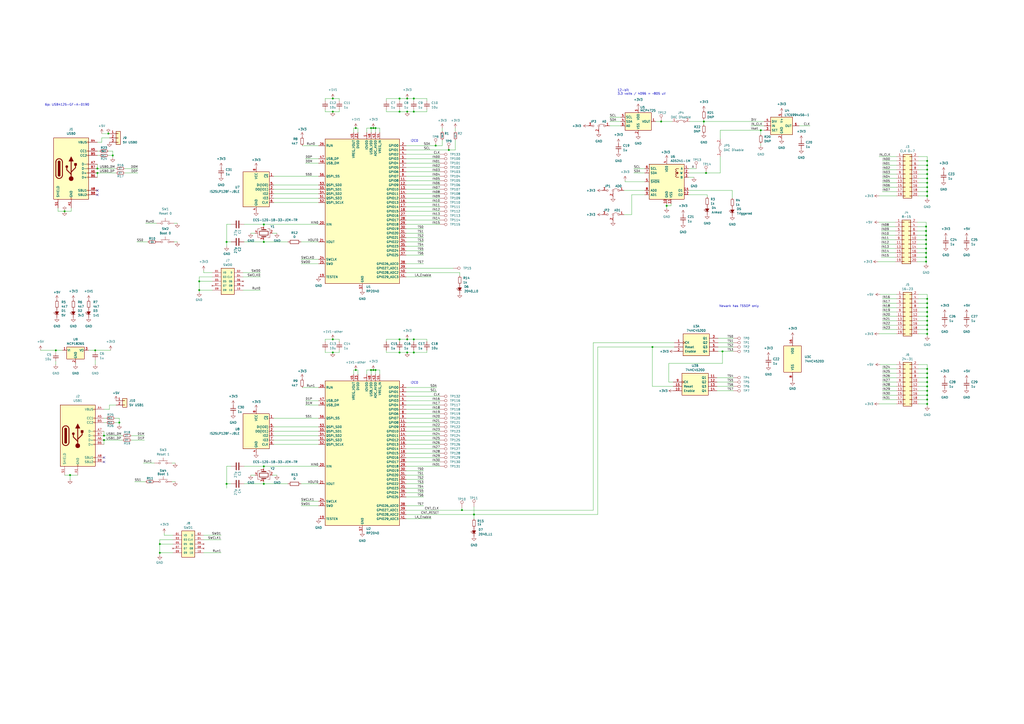
<source format=kicad_sch>
(kicad_sch (version 20230121) (generator eeschema)
  (paper "A2")
  (title_block (title "State Mode Logic Analyzer") (rev "1") (company "baldengineer.com"))
  (junction (at 537.21 133.985))
  (junction (at 56.515 100.33))
  (junction (at 216.535 214.63))
  (junction (at 537.845 173.355))
  (junction (at 537.845 231.775))
  (junction (at 537.845 221.615))
  (junction (at 537.845 100.965))
  (junction (at 40.64 275.59))
  (junction (at 92.71 320.675))
  (junction (at 537.845 193.675))
  (junction (at 60.325 252.73))
  (junction (at 537.845 108.585))
  (junction (at 537.845 229.235))
  (junction (at 537.21 136.525))
  (junction (at 231.775 64.77))
  (junction (at 55.245 203.2))
  (junction (at 153.035 130.175))
  (junction (at 537.845 106.045))
  (junction (at 386.715 119.38))
  (junction (at 537.21 144.145))
  (junction (at 236.22 204.47))
  (junction (at 537.845 234.315))
  (junction (at 537.845 183.515))
  (junction (at 537.21 151.765))
  (junction (at 537.845 216.535))
  (junction (at 240.03 64.77))
  (junction (at 378.46 201.295))
  (junction (at 65.405 90.17))
  (junction (at 441.325 75.565))
  (junction (at 537.845 226.695))
  (junction (at 231.775 57.15))
  (junction (at 37.465 122.555))
  (junction (at 537.21 141.605))
  (junction (at 252.73 84.455))
  (junction (at 260.35 86.995))
  (junction (at 537.21 139.065))
  (junction (at 537.845 219.075))
  (junction (at 115.57 163.195))
  (junction (at 240.03 204.47))
  (junction (at 69.215 245.11))
  (junction (at 193.04 64.77))
  (junction (at 537.21 131.445))
  (junction (at 236.22 64.77))
  (junction (at 153.035 280.67))
  (junction (at 383.54 70.485))
  (junction (at 537.845 113.665))
  (junction (at 274.955 298.45))
  (junction (at 267.97 295.91))
  (junction (at 409.575 100.33))
  (junction (at 537.845 95.885))
  (junction (at 537.845 178.435))
  (junction (at 240.03 196.85))
  (junction (at 231.775 204.47))
  (junction (at 408.305 70.485))
  (junction (at 537.21 149.225))
  (junction (at 216.535 74.295))
  (junction (at 419.1 203.835))
  (junction (at 537.845 103.505))
  (junction (at 537.845 224.155))
  (junction (at 217.805 214.63))
  (junction (at 236.22 57.15))
  (junction (at 215.265 74.295))
  (junction (at 62.865 77.47))
  (junction (at 537.845 175.895))
  (junction (at 537.845 180.975))
  (junction (at 153.035 140.335))
  (junction (at 240.03 57.15))
  (junction (at 537.845 213.995))
  (junction (at 537.845 93.345))
  (junction (at 206.375 74.295))
  (junction (at 537.845 98.425))
  (junction (at 236.22 196.85))
  (junction (at 153.035 270.51))
  (junction (at 537.845 186.055))
  (junction (at 193.04 204.47))
  (junction (at 115.57 168.275))
  (junction (at 215.265 214.63))
  (junction (at 56.515 97.79))
  (junction (at 131.445 140.335))
  (junction (at 537.845 111.125))
  (junction (at 217.805 74.295))
  (junction (at 537.845 188.595))
  (junction (at 60.325 255.27))
  (junction (at 32.385 203.2))
  (junction (at 537.21 146.685))
  (junction (at 131.445 280.67))
  (junction (at 206.375 214.63))
  (junction (at 231.775 196.85))
  (junction (at 92.71 315.595))
  (junction (at 193.04 196.85))
  (junction (at 537.845 191.135))
  (junction (at 193.04 57.15))
  (no_connect (at 60.325 265.43))
  (no_connect (at 56.515 110.49))
  (no_connect (at 60.325 267.97))
  (no_connect (at 56.515 113.03))
  (wire (pts (xy 41.275 122.555) (xy 41.275 120.65)))
  (wire (pts (xy 509.27 151.765) (xy 519.43 151.765)))
  (wire (pts (xy 235.585 247.65) (xy 255.27 247.65)))
  (wire (pts (xy 235.585 142.875) (xy 245.745 142.875)))
  (wire (pts (xy 76.2 252.73) (xy 83.82 252.73)))
  (wire (pts (xy 175.26 224.79) (xy 184.785 224.79)))
  (wire (pts (xy 532.13 128.905) (xy 537.21 128.905)))
  (wire (pts (xy 133.985 140.335) (xy 131.445 140.335)))
  (wire (pts (xy 537.845 213.995) (xy 537.845 216.535)))
  (wire (pts (xy 532.765 188.595) (xy 537.845 188.595)))
  (wire (pts (xy 416.56 196.215) (xy 425.45 196.215)))
  (wire (pts (xy 37.465 122.555) (xy 41.275 122.555)))
  (wire (pts (xy 532.765 111.125) (xy 537.845 111.125)))
  (wire (pts (xy 55.245 203.2) (xy 55.245 203.835)))
  (wire (pts (xy 532.13 146.685) (xy 537.21 146.685)))
  (wire (pts (xy 235.585 273.05) (xy 245.745 273.05)))
  (wire (pts (xy 118.11 320.675) (xy 128.27 320.675)))
  (wire (pts (xy 532.765 173.355) (xy 537.845 173.355)))
  (wire (pts (xy 67.31 234.95) (xy 63.5 234.95)))
  (wire (pts (xy 72.39 97.79) (xy 80.01 97.79)))
  (wire (pts (xy 532.765 183.515) (xy 537.845 183.515)))
  (wire (pts (xy 236.22 57.15) (xy 240.03 57.15)))
  (wire (pts (xy 141.605 140.335) (xy 153.035 140.335)))
  (wire (pts (xy 158.75 257.81) (xy 184.785 257.81)))
  (wire (pts (xy 193.04 204.47) (xy 196.85 204.47)))
  (wire (pts (xy 537.845 111.125) (xy 537.845 113.665)))
  (wire (pts (xy 240.03 203.2) (xy 240.03 204.47)))
  (wire (pts (xy 188.595 58.42) (xy 188.595 57.15)))
  (wire (pts (xy 519.43 146.685) (xy 511.175 146.685)))
  (wire (pts (xy 153.035 280.67) (xy 167.005 280.67)))
  (wire (pts (xy 387.985 210.82) (xy 387.985 221.615)))
  (wire (pts (xy 419.1 203.835) (xy 425.45 203.835)))
  (wire (pts (xy 235.585 283.21) (xy 245.745 283.21)))
  (wire (pts (xy 118.11 158.115) (xy 118.11 156.845)))
  (wire (pts (xy 43.815 211.455) (xy 43.815 210.82)))
  (wire (pts (xy 360.045 67.945) (xy 353.695 67.945)))
  (wire (pts (xy 140.97 168.275) (xy 151.13 168.275)))
  (wire (pts (xy 409.575 100.33) (xy 417.83 100.33)))
  (wire (pts (xy 235.585 229.87) (xy 255.27 229.87)))
  (wire (pts (xy 532.765 219.075) (xy 537.845 219.075)))
  (wire (pts (xy 532.765 229.235) (xy 537.845 229.235)))
  (wire (pts (xy 131.445 140.335) (xy 131.445 142.875)))
  (wire (pts (xy 267.97 295.91) (xy 344.17 295.91)))
  (wire (pts (xy 212.725 217.17) (xy 212.725 214.63)))
  (wire (pts (xy 207.645 217.17) (xy 207.645 214.63)))
  (wire (pts (xy 537.21 151.765) (xy 537.21 153.035)))
  (wire (pts (xy 158.75 102.235) (xy 184.785 102.235)))
  (wire (pts (xy 235.585 160.655) (xy 250.19 160.655)))
  (wire (pts (xy 532.765 213.995) (xy 537.845 213.995)))
  (wire (pts (xy 537.21 146.685) (xy 537.21 149.225)))
  (wire (pts (xy 217.805 214.63) (xy 217.805 217.17)))
  (wire (pts (xy 511.81 178.435) (xy 520.065 178.435)))
  (wire (pts (xy 175.26 84.455) (xy 184.785 84.455)))
  (wire (pts (xy 235.585 252.73) (xy 255.27 252.73)))
  (wire (pts (xy 231.775 64.77) (xy 236.22 64.77)))
  (wire (pts (xy 537.21 133.985) (xy 537.21 136.525)))
  (wire (pts (xy 231.775 203.2) (xy 231.775 204.47)))
  (wire (pts (xy 417.83 75.565) (xy 441.325 75.565)))
  (wire (pts (xy 56.515 82.55) (xy 59.055 82.55)))
  (wire (pts (xy 235.585 153.035) (xy 245.745 153.035)))
  (wire (pts (xy 532.765 106.045) (xy 537.845 106.045)))
  (wire (pts (xy 532.765 95.885) (xy 537.845 95.885)))
  (wire (pts (xy 374.015 100.33) (xy 367.665 100.33)))
  (wire (pts (xy 40.64 275.59) (xy 45.085 275.59)))
  (wire (pts (xy 59.055 80.01) (xy 59.055 82.55)))
  (wire (pts (xy 188.595 63.5) (xy 188.595 64.77)))
  (wire (pts (xy 131.445 280.67) (xy 131.445 283.21)))
  (wire (pts (xy 60.325 237.49) (xy 63.5 237.49)))
  (wire (pts (xy 235.585 260.35) (xy 255.27 260.35)))
  (wire (pts (xy 532.13 151.765) (xy 537.21 151.765)))
  (wire (pts (xy 235.585 127.635) (xy 255.27 127.635)))
  (wire (pts (xy 235.585 224.79) (xy 253.365 224.79)))
  (wire (pts (xy 532.13 144.145) (xy 537.21 144.145)))
  (wire (pts (xy 140.97 160.655) (xy 151.13 160.655)))
  (wire (pts (xy 435.61 73.025) (xy 443.23 73.025)))
  (wire (pts (xy 235.585 250.19) (xy 255.27 250.19)))
  (wire (pts (xy 532.765 231.775) (xy 537.845 231.775)))
  (wire (pts (xy 532.765 211.455) (xy 537.845 211.455)))
  (wire (pts (xy 537.845 231.775) (xy 537.845 234.315)))
  (wire (pts (xy 235.585 104.775) (xy 255.27 104.775)))
  (wire (pts (xy 463.55 73.025) (xy 469.9 73.025)))
  (wire (pts (xy 147.955 275.59) (xy 145.415 275.59)))
  (wire (pts (xy 380.365 70.485) (xy 383.54 70.485)))
  (wire (pts (xy 416.56 201.295) (xy 425.45 201.295)))
  (wire (pts (xy 247.65 64.77) (xy 247.65 63.5)))
  (wire (pts (xy 153.035 279.4) (xy 153.035 280.67)))
  (wire (pts (xy 236.22 64.77) (xy 240.03 64.77)))
  (wire (pts (xy 235.585 107.315) (xy 255.27 107.315)))
  (wire (pts (xy 510.54 211.455) (xy 520.065 211.455)))
  (wire (pts (xy 115.57 160.655) (xy 115.57 163.195)))
  (wire (pts (xy 224.155 58.42) (xy 224.155 57.15)))
  (wire (pts (xy 247.65 57.15) (xy 247.65 58.42)))
  (wire (pts (xy 532.765 226.695) (xy 537.845 226.695)))
  (wire (pts (xy 37.465 275.59) (xy 40.64 275.59)))
  (wire (pts (xy 215.265 74.295) (xy 216.535 74.295)))
  (wire (pts (xy 69.215 245.11) (xy 69.215 246.38)))
  (wire (pts (xy 193.04 64.77) (xy 196.85 64.77)))
  (wire (pts (xy 235.585 257.81) (xy 255.27 257.81)))
  (wire (pts (xy 224.155 198.12) (xy 224.155 196.85)))
  (wire (pts (xy 386.715 118.11) (xy 386.715 119.38)))
  (wire (pts (xy 60.325 245.11) (xy 61.595 245.11)))
  (wire (pts (xy 537.845 106.045) (xy 537.845 108.585)))
  (wire (pts (xy 63.5 234.95) (xy 63.5 237.49)))
  (wire (pts (xy 415.925 219.075) (xy 425.45 219.075)))
  (wire (pts (xy 235.585 86.995) (xy 260.35 86.995)))
  (wire (pts (xy 115.57 168.275) (xy 123.19 168.275)))
  (wire (pts (xy 511.81 216.535) (xy 520.065 216.535)))
  (wire (pts (xy 207.645 76.835) (xy 207.645 74.295)))
  (wire (pts (xy 374.015 105.41) (xy 362.585 105.41)))
  (wire (pts (xy 537.845 173.355) (xy 537.845 175.895)))
  (wire (pts (xy 532.13 133.985) (xy 537.21 133.985)))
  (wire (pts (xy 60.325 255.27) (xy 71.12 255.27)))
  (wire (pts (xy 346.71 201.295) (xy 378.46 201.295)))
  (wire (pts (xy 408.305 70.485) (xy 408.305 72.39)))
  (wire (pts (xy 217.805 214.63) (xy 220.345 214.63)))
  (wire (pts (xy 196.85 196.85) (xy 196.85 198.12)))
  (wire (pts (xy 118.11 310.515) (xy 128.27 310.515)))
  (wire (pts (xy 177.165 232.41) (xy 184.785 232.41)))
  (wire (pts (xy 235.585 158.115) (xy 266.7 158.115)))
  (wire (pts (xy 537.845 229.235) (xy 537.845 231.775)))
  (wire (pts (xy 67.31 97.79) (xy 56.515 97.79)))
  (wire (pts (xy 92.71 315.595) (xy 92.71 320.675)))
  (wire (pts (xy 532.765 103.505) (xy 537.845 103.505)))
  (wire (pts (xy 99.695 279.4) (xy 101.6 279.4)))
  (wire (pts (xy 274.955 298.45) (xy 346.71 298.45)))
  (wire (pts (xy 532.765 100.965) (xy 537.845 100.965)))
  (wire (pts (xy 236.22 196.85) (xy 240.03 196.85)))
  (wire (pts (xy 147.955 135.255) (xy 145.415 135.255)))
  (wire (pts (xy 115.57 160.655) (xy 123.19 160.655)))
  (wire (pts (xy 188.595 204.47) (xy 193.04 204.47)))
  (wire (pts (xy 509.905 193.675) (xy 520.065 193.675)))
  (wire (pts (xy 184.785 153.035) (xy 174.625 153.035)))
  (wire (pts (xy 196.85 57.15) (xy 196.85 58.42)))
  (wire (pts (xy 424.815 110.49) (xy 424.815 114.935)))
  (wire (pts (xy 267.97 294.64) (xy 267.97 295.91)))
  (wire (pts (xy 231.775 204.47) (xy 236.22 204.47)))
  (wire (pts (xy 23.495 203.2) (xy 32.385 203.2)))
  (wire (pts (xy 235.585 245.11) (xy 255.27 245.11)))
  (wire (pts (xy 537.845 100.965) (xy 537.845 103.505)))
  (wire (pts (xy 520.065 98.425) (xy 511.81 98.425)))
  (wire (pts (xy 188.595 198.12) (xy 188.595 196.85)))
  (wire (pts (xy 519.43 149.225) (xy 511.175 149.225)))
  (wire (pts (xy 72.39 100.33) (xy 80.01 100.33)))
  (wire (pts (xy 62.865 90.17) (xy 65.405 90.17)))
  (wire (pts (xy 511.81 175.895) (xy 520.065 175.895)))
  (wire (pts (xy 537.845 224.155) (xy 537.845 226.695)))
  (wire (pts (xy 366.395 124.46) (xy 361.95 124.46)))
  (wire (pts (xy 92.71 315.595) (xy 100.33 315.595)))
  (wire (pts (xy 235.585 280.67) (xy 245.745 280.67)))
  (wire (pts (xy 256.54 74.295) (xy 256.54 76.2)))
  (wire (pts (xy 537.21 144.145) (xy 537.21 146.685)))
  (wire (pts (xy 520.065 90.805) (xy 509.905 90.805)))
  (wire (pts (xy 386.715 119.38) (xy 386.715 120.65)))
  (wire (pts (xy 224.155 204.47) (xy 231.775 204.47)))
  (wire (pts (xy 235.585 120.015) (xy 255.27 120.015)))
  (wire (pts (xy 56.515 90.17) (xy 57.785 90.17)))
  (wire (pts (xy 532.765 221.615) (xy 537.845 221.615)))
  (wire (pts (xy 153.035 139.065) (xy 153.035 140.335)))
  (wire (pts (xy 532.765 224.155) (xy 537.845 224.155)))
  (wire (pts (xy 408.305 69.215) (xy 408.305 70.485)))
  (wire (pts (xy 85.725 140.335) (xy 79.375 140.335)))
  (wire (pts (xy 511.81 183.515) (xy 520.065 183.515)))
  (wire (pts (xy 158.75 107.315) (xy 184.785 107.315)))
  (wire (pts (xy 519.43 131.445) (xy 511.175 131.445)))
  (wire (pts (xy 141.605 130.175) (xy 153.035 130.175)))
  (wire (pts (xy 118.11 313.055) (xy 128.27 313.055)))
  (wire (pts (xy 235.585 112.395) (xy 255.27 112.395)))
  (wire (pts (xy 235.585 147.955) (xy 245.745 147.955)))
  (wire (pts (xy 519.43 144.145) (xy 511.175 144.145)))
  (wire (pts (xy 441.325 75.565) (xy 443.23 75.565)))
  (wire (pts (xy 235.585 285.75) (xy 245.745 285.75)))
  (wire (pts (xy 532.765 93.345) (xy 537.845 93.345)))
  (wire (pts (xy 360.045 70.485) (xy 353.695 70.485)))
  (wire (pts (xy 537.845 191.135) (xy 537.845 193.675)))
  (wire (pts (xy 133.985 130.175) (xy 131.445 130.175)))
  (wire (pts (xy 216.535 74.295) (xy 217.805 74.295)))
  (wire (pts (xy 235.585 295.91) (xy 267.97 295.91)))
  (wire (pts (xy 520.065 173.355) (xy 511.81 173.355)))
  (wire (pts (xy 532.765 170.815) (xy 537.845 170.815)))
  (wire (pts (xy 537.845 175.895) (xy 537.845 178.435)))
  (wire (pts (xy 216.535 214.63) (xy 217.805 214.63)))
  (wire (pts (xy 67.31 100.33) (xy 56.515 100.33)))
  (wire (pts (xy 235.585 298.45) (xy 274.955 298.45)))
  (wire (pts (xy 235.585 270.51) (xy 255.27 270.51)))
  (wire (pts (xy 236.22 204.47) (xy 240.03 204.47)))
  (wire (pts (xy 235.585 125.095) (xy 255.27 125.095)))
  (wire (pts (xy 537.845 216.535) (xy 537.845 219.075)))
  (wire (pts (xy 224.155 64.77) (xy 231.775 64.77)))
  (wire (pts (xy 390.525 224.155) (xy 378.46 224.155)))
  (wire (pts (xy 235.585 89.535) (xy 255.27 89.535)))
  (wire (pts (xy 56.515 95.25) (xy 56.515 97.79)))
  (wire (pts (xy 361.95 110.49) (xy 374.015 110.49)))
  (wire (pts (xy 235.585 94.615) (xy 255.27 94.615)))
  (wire (pts (xy 532.765 178.435) (xy 537.845 178.435)))
  (wire (pts (xy 235.585 99.695) (xy 255.27 99.695)))
  (wire (pts (xy 224.155 203.2) (xy 224.155 204.47)))
  (wire (pts (xy 247.65 204.47) (xy 247.65 203.2)))
  (wire (pts (xy 235.585 265.43) (xy 255.27 265.43)))
  (wire (pts (xy 400.05 70.485) (xy 408.305 70.485)))
  (wire (pts (xy 511.81 188.595) (xy 520.065 188.595)))
  (wire (pts (xy 158.75 109.855) (xy 184.785 109.855)))
  (wire (pts (xy 235.585 132.715) (xy 245.745 132.715)))
  (wire (pts (xy 260.35 86.995) (xy 264.16 86.995)))
  (wire (pts (xy 174.625 280.67) (xy 184.785 280.67)))
  (wire (pts (xy 537.21 136.525) (xy 537.21 139.065)))
  (wire (pts (xy 240.03 57.15) (xy 240.03 58.42)))
  (wire (pts (xy 235.585 135.255) (xy 245.745 135.255)))
  (wire (pts (xy 140.97 158.115) (xy 151.13 158.115)))
  (wire (pts (xy 224.155 57.15) (xy 231.775 57.15)))
  (wire (pts (xy 56.515 100.33) (xy 56.515 102.87)))
  (wire (pts (xy 76.2 255.27) (xy 83.82 255.27)))
  (wire (pts (xy 511.81 191.135) (xy 520.065 191.135)))
  (wire (pts (xy 55.245 208.915) (xy 55.245 211.455)))
  (wire (pts (xy 247.65 196.85) (xy 247.65 198.12)))
  (wire (pts (xy 235.585 137.795) (xy 245.745 137.795)))
  (wire (pts (xy 133.985 270.51) (xy 131.445 270.51)))
  (wire (pts (xy 193.04 57.15) (xy 196.85 57.15)))
  (wire (pts (xy 62.865 87.63) (xy 65.405 87.63)))
  (wire (pts (xy 264.16 86.995) (xy 264.16 81.28)))
  (wire (pts (xy 217.805 74.295) (xy 217.805 76.835)))
  (wire (pts (xy 266.7 158.115) (xy 266.7 160.02)))
  (wire (pts (xy 115.57 163.195) (xy 115.57 168.275)))
  (wire (pts (xy 509.905 113.665) (xy 520.065 113.665)))
  (wire (pts (xy 184.785 293.37) (xy 174.625 293.37)))
  (wire (pts (xy 215.265 214.63) (xy 216.535 214.63)))
  (wire (pts (xy 205.105 214.63) (xy 205.105 217.17)))
  (wire (pts (xy 532.13 149.225) (xy 537.21 149.225)))
  (wire (pts (xy 56.515 87.63) (xy 57.785 87.63)))
  (wire (pts (xy 509.905 128.905) (xy 519.43 128.905)))
  (wire (pts (xy 520.065 111.125) (xy 511.81 111.125)))
  (wire (pts (xy 532.765 191.135) (xy 537.845 191.135)))
  (wire (pts (xy 62.865 77.47) (xy 63.5 77.47)))
  (wire (pts (xy 235.585 293.37) (xy 245.745 293.37)))
  (wire (pts (xy 115.57 163.195) (xy 123.19 163.195)))
  (wire (pts (xy 235.585 122.555) (xy 255.27 122.555)))
  (wire (pts (xy 158.75 247.65) (xy 184.785 247.65)))
  (wire (pts (xy 33.655 122.555) (xy 37.465 122.555)))
  (wire (pts (xy 235.585 275.59) (xy 245.745 275.59)))
  (wire (pts (xy 235.585 140.335) (xy 245.745 140.335)))
  (wire (pts (xy 153.035 140.335) (xy 167.005 140.335)))
  (wire (pts (xy 235.585 234.95) (xy 255.27 234.95)))
  (wire (pts (xy 274.955 300.99) (xy 274.955 298.45)))
  (wire (pts (xy 215.265 214.63) (xy 215.265 217.17)))
  (wire (pts (xy 537.845 93.345) (xy 537.845 95.885)))
  (wire (pts (xy 141.605 270.51) (xy 153.035 270.51)))
  (wire (pts (xy 60.325 250.19) (xy 60.325 252.73)))
  (wire (pts (xy 141.605 280.67) (xy 153.035 280.67)))
  (wire (pts (xy 537.845 103.505) (xy 537.845 106.045)))
  (wire (pts (xy 235.585 240.03) (xy 255.27 240.03)))
  (wire (pts (xy 399.415 97.79) (xy 403.86 97.79)))
  (wire (pts (xy 235.585 109.855) (xy 255.27 109.855)))
  (wire (pts (xy 520.065 95.885) (xy 511.81 95.885)))
  (wire (pts (xy 511.81 221.615) (xy 520.065 221.615)))
  (wire (pts (xy 511.81 231.775) (xy 520.065 231.775)))
  (wire (pts (xy 235.585 114.935) (xy 255.27 114.935)))
  (wire (pts (xy 177.165 234.95) (xy 184.785 234.95)))
  (wire (pts (xy 235.585 130.175) (xy 255.27 130.175)))
  (wire (pts (xy 441.325 83.185) (xy 441.325 84.455)))
  (wire (pts (xy 387.985 221.615) (xy 390.525 221.615)))
  (wire (pts (xy 193.04 196.85) (xy 196.85 196.85)))
  (wire (pts (xy 532.765 90.805) (xy 537.845 90.805)))
  (wire (pts (xy 95.25 310.515) (xy 95.25 309.245)))
  (wire (pts (xy 537.845 183.515) (xy 537.845 186.055)))
  (wire (pts (xy 520.065 106.045) (xy 511.81 106.045)))
  (wire (pts (xy 174.625 140.335) (xy 184.785 140.335)))
  (wire (pts (xy 153.035 270.51) (xy 184.785 270.51)))
  (wire (pts (xy 188.595 57.15) (xy 193.04 57.15)))
  (wire (pts (xy 410.21 113.03) (xy 410.21 114.3)))
  (wire (pts (xy 344.17 198.755) (xy 391.16 198.755)))
  (wire (pts (xy 100.965 129.54) (xy 102.87 129.54)))
  (wire (pts (xy 519.43 141.605) (xy 511.175 141.605)))
  (wire (pts (xy 511.81 186.055) (xy 520.065 186.055)))
  (wire (pts (xy 89.535 268.605) (xy 83.185 268.605)))
  (wire (pts (xy 519.43 136.525) (xy 511.175 136.525)))
  (wire (pts (xy 399.415 110.49) (xy 424.815 110.49)))
  (wire (pts (xy 511.81 229.235) (xy 520.065 229.235)))
  (wire (pts (xy 32.385 203.2) (xy 32.385 204.47)))
  (wire (pts (xy 220.345 74.295) (xy 220.345 76.835)))
  (wire (pts (xy 188.595 196.85) (xy 193.04 196.85)))
  (wire (pts (xy 389.255 119.38) (xy 386.715 119.38)))
  (wire (pts (xy 59.055 77.47) (xy 62.865 77.47)))
  (wire (pts (xy 66.675 242.57) (xy 69.215 242.57)))
  (wire (pts (xy 520.065 100.965) (xy 511.81 100.965)))
  (wire (pts (xy 212.725 214.63) (xy 215.265 214.63)))
  (wire (pts (xy 235.585 84.455) (xy 252.73 84.455)))
  (wire (pts (xy 366.395 113.03) (xy 366.395 124.46)))
  (wire (pts (xy 235.585 262.89) (xy 255.27 262.89)))
  (wire (pts (xy 537.845 226.695) (xy 537.845 229.235)))
  (wire (pts (xy 532.13 141.605) (xy 537.21 141.605)))
  (wire (pts (xy 399.415 102.87) (xy 402.59 102.87)))
  (wire (pts (xy 158.115 275.59) (xy 160.655 275.59)))
  (wire (pts (xy 235.585 232.41) (xy 255.27 232.41)))
  (wire (pts (xy 240.03 196.85) (xy 240.03 198.12)))
  (wire (pts (xy 532.765 113.665) (xy 537.845 113.665)))
  (wire (pts (xy 158.75 255.27) (xy 184.785 255.27)))
  (wire (pts (xy 532.765 186.055) (xy 537.845 186.055)))
  (wire (pts (xy 60.325 242.57) (xy 61.595 242.57)))
  (wire (pts (xy 177.165 94.615) (xy 184.785 94.615)))
  (wire (pts (xy 65.405 87.63) (xy 65.405 90.17)))
  (wire (pts (xy 537.845 188.595) (xy 537.845 191.135)))
  (wire (pts (xy 520.065 213.995) (xy 511.81 213.995)))
  (wire (pts (xy 537.845 193.675) (xy 537.845 194.945)))
  (wire (pts (xy 532.765 108.585) (xy 537.845 108.585)))
  (wire (pts (xy 235.585 288.29) (xy 245.745 288.29)))
  (wire (pts (xy 252.73 84.455) (xy 256.54 84.455)))
  (wire (pts (xy 66.675 245.11) (xy 69.215 245.11)))
  (wire (pts (xy 378.46 224.155) (xy 378.46 201.295)))
  (wire (pts (xy 158.75 252.73) (xy 184.785 252.73)))
  (wire (pts (xy 123.19 158.115) (xy 118.11 158.115)))
  (wire (pts (xy 33.655 120.65) (xy 33.655 122.555)))
  (wire (pts (xy 100.965 140.335) (xy 102.87 140.335)))
  (wire (pts (xy 353.695 73.025) (xy 360.045 73.025)))
  (wire (pts (xy 32.385 211.455) (xy 32.385 209.55)))
  (wire (pts (xy 55.245 203.2) (xy 64.135 203.2)))
  (wire (pts (xy 537.845 234.315) (xy 537.845 235.585)))
  (wire (pts (xy 362.585 105.41) (xy 362.585 104.775)))
  (wire (pts (xy 240.03 63.5) (xy 240.03 64.77)))
  (wire (pts (xy 537.845 211.455) (xy 537.845 213.995)))
  (wire (pts (xy 264.16 74.295) (xy 264.16 76.2)))
  (wire (pts (xy 537.845 113.665) (xy 537.845 114.935)))
  (wire (pts (xy 158.75 112.395) (xy 184.785 112.395)))
  (wire (pts (xy 92.71 313.055) (xy 92.71 315.595)))
  (wire (pts (xy 374.015 113.03) (xy 366.395 113.03)))
  (wire (pts (xy 131.445 270.51) (xy 131.445 280.67)))
  (wire (pts (xy 419.1 203.835) (xy 419.1 210.82)))
  (wire (pts (xy 441.325 75.565) (xy 441.325 78.105)))
  (wire (pts (xy 235.585 242.57) (xy 255.27 242.57)))
  (wire (pts (xy 235.585 145.415) (xy 245.745 145.415)))
  (wire (pts (xy 235.585 237.49) (xy 255.27 237.49)))
  (wire (pts (xy 532.765 234.315) (xy 537.845 234.315)))
  (wire (pts (xy 537.845 186.055) (xy 537.845 188.595)))
  (wire (pts (xy 537.845 95.885) (xy 537.845 98.425)))
  (wire (pts (xy 220.345 214.63) (xy 220.345 217.17)))
  (wire (pts (xy 537.21 128.905) (xy 537.21 131.445)))
  (wire (pts (xy 36.195 203.2) (xy 32.385 203.2)))
  (wire (pts (xy 374.015 97.79) (xy 367.665 97.79)))
  (wire (pts (xy 274.955 294.005) (xy 274.955 298.45)))
  (wire (pts (xy 537.845 170.815) (xy 537.845 173.355)))
  (wire (pts (xy 511.81 224.155) (xy 520.065 224.155)))
  (wire (pts (xy 158.75 114.935) (xy 184.785 114.935)))
  (wire (pts (xy 177.165 92.075) (xy 184.785 92.075)))
  (wire (pts (xy 510.54 170.815) (xy 520.065 170.815)))
  (wire (pts (xy 408.305 70.485) (xy 443.23 70.485)))
  (wire (pts (xy 40.64 278.13) (xy 40.64 275.59)))
  (wire (pts (xy 205.105 214.63) (xy 206.375 214.63)))
  (wire (pts (xy 206.375 214.63) (xy 207.645 214.63)))
  (wire (pts (xy 537.21 131.445) (xy 537.21 133.985)))
  (wire (pts (xy 212.725 74.295) (xy 215.265 74.295)))
  (wire (pts (xy 520.065 93.345) (xy 511.81 93.345)))
  (wire (pts (xy 92.71 320.675) (xy 92.71 321.945)))
  (wire (pts (xy 256.54 84.455) (xy 256.54 81.28)))
  (wire (pts (xy 90.805 129.54) (xy 84.455 129.54)))
  (wire (pts (xy 205.105 74.295) (xy 205.105 76.835)))
  (wire (pts (xy 511.81 226.695) (xy 520.065 226.695)))
  (wire (pts (xy 235.585 267.97) (xy 255.27 267.97)))
  (wire (pts (xy 240.03 64.77) (xy 247.65 64.77)))
  (wire (pts (xy 235.585 255.27) (xy 255.27 255.27)))
  (wire (pts (xy 240.03 196.85) (xy 247.65 196.85)))
  (wire (pts (xy 346.71 201.295) (xy 346.71 298.45)))
  (wire (pts (xy 416.56 203.835) (xy 419.1 203.835)))
  (wire (pts (xy 235.585 92.075) (xy 255.27 92.075)))
  (wire (pts (xy 60.325 252.73) (xy 71.12 252.73)))
  (wire (pts (xy 188.595 203.2) (xy 188.595 204.47)))
  (wire (pts (xy 519.43 139.065) (xy 511.175 139.065)))
  (wire (pts (xy 537.21 149.225) (xy 537.21 151.765)))
  (wire (pts (xy 415.925 224.155) (xy 425.45 224.155)))
  (wire (pts (xy 207.645 74.295) (xy 206.375 74.295)))
  (wire (pts (xy 415.925 221.615) (xy 425.45 221.615)))
  (wire (pts (xy 188.595 64.77) (xy 193.04 64.77)))
  (wire (pts (xy 235.585 300.99) (xy 250.19 300.99)))
  (wire (pts (xy 84.455 279.4) (xy 78.105 279.4)))
  (wire (pts (xy 231.775 196.85) (xy 236.22 196.85)))
  (wire (pts (xy 235.585 102.235) (xy 255.27 102.235)))
  (wire (pts (xy 153.035 271.78) (xy 153.035 270.51)))
  (wire (pts (xy 537.845 178.435) (xy 537.845 180.975)))
  (wire (pts (xy 240.03 204.47) (xy 247.65 204.47)))
  (wire (pts (xy 419.1 210.82) (xy 387.985 210.82)))
  (wire (pts (xy 344.17 198.755) (xy 344.17 295.91)))
  (wire (pts (xy 537.21 141.605) (xy 537.21 144.145)))
  (wire (pts (xy 224.155 196.85) (xy 231.775 196.85)))
  (wire (pts (xy 417.83 90.805) (xy 417.83 100.33)))
  (wire (pts (xy 235.585 117.475) (xy 255.27 117.475)))
  (wire (pts (xy 399.415 113.03) (xy 410.21 113.03)))
  (wire (pts (xy 235.585 227.33) (xy 253.365 227.33)))
  (wire (pts (xy 532.13 136.525) (xy 537.21 136.525)))
  (wire (pts (xy 131.445 130.175) (xy 131.445 140.335)))
  (wire (pts (xy 509.905 234.315) (xy 520.065 234.315)))
  (wire (pts (xy 196.85 204.47) (xy 196.85 203.2)))
  (wire (pts (xy 532.13 139.065) (xy 537.21 139.065)))
  (wire (pts (xy 532.765 175.895) (xy 537.845 175.895)))
  (wire (pts (xy 532.765 98.425) (xy 537.845 98.425)))
  (wire (pts (xy 184.785 150.495) (xy 174.625 150.495)))
  (wire (pts (xy 532.765 193.675) (xy 537.845 193.675)))
  (wire (pts (xy 415.925 226.695) (xy 425.45 226.695)))
  (wire (pts (xy 196.85 64.77) (xy 196.85 63.5)))
  (wire (pts (xy 416.56 198.755) (xy 425.45 198.755)))
  (wire (pts (xy 235.585 97.155) (xy 255.27 97.155)))
  (wire (pts (xy 519.43 133.985) (xy 511.175 133.985)))
  (wire (pts (xy 532.13 131.445) (xy 537.21 131.445)))
  (wire (pts (xy 51.435 203.2) (xy 55.245 203.2)))
  (wire (pts (xy 537.845 221.615) (xy 537.845 224.155)))
  (wire (pts (xy 100.33 310.515) (xy 95.25 310.515)))
  (wire (pts (xy 158.75 242.57) (xy 184.785 242.57)))
  (wire (pts (xy 92.71 313.055) (xy 100.33 313.055)))
  (wire (pts (xy 537.845 108.585) (xy 537.845 111.125)))
  (wire (pts (xy 65.405 90.17) (xy 65.405 91.44)))
  (wire (pts (xy 206.375 74.295) (xy 205.105 74.295)))
  (wire (pts (xy 417.83 75.565) (xy 417.83 80.645)))
  (wire (pts (xy 235.585 155.575) (xy 262.89 155.575)))
  (wire (pts (xy 378.46 201.295) (xy 391.16 201.295)))
  (wire (pts (xy 231.775 57.15) (xy 231.775 58.42)))
  (wire (pts (xy 532.765 216.535) (xy 537.845 216.535)))
  (wire (pts (xy 235.585 278.13) (xy 245.745 278.13)))
  (wire (pts (xy 389.255 118.11) (xy 389.255 119.38)))
  (wire (pts (xy 92.71 320.675) (xy 100.33 320.675)))
  (wire (pts (xy 153.035 130.175) (xy 184.785 130.175)))
  (wire (pts (xy 537.21 139.065) (xy 537.21 141.605)))
  (wire (pts (xy 217.805 74.295) (xy 220.345 74.295)))
  (wire (pts (xy 158.75 117.475) (xy 184.785 117.475)))
  (wire (pts (xy 158.75 250.19) (xy 184.785 250.19)))
  (wire (pts (xy 231.775 196.85) (xy 231.775 198.12)))
  (wire (pts (xy 212.725 76.835) (xy 212.725 74.295)))
  (wire (pts (xy 99.695 268.605) (xy 101.6 268.605)))
  (wire (pts (xy 115.57 168.275) (xy 115.57 169.545)))
  (wire (pts (xy 184.785 290.83) (xy 174.625 290.83)))
  (wire (pts (xy 63.5 80.01) (xy 59.055 80.01)))
  (wire (pts (xy 69.215 242.57) (xy 69.215 245.11)))
  (wire (pts (xy 537.845 219.075) (xy 537.845 221.615)))
  (wire (pts (xy 240.03 57.15) (xy 247.65 57.15)))
  (wire (pts (xy 215.265 74.295) (xy 215.265 76.835)))
  (wire (pts (xy 537.845 98.425) (xy 537.845 100.965)))
  (wire (pts (xy 511.81 180.975) (xy 520.065 180.975)))
  (wire (pts (xy 399.415 100.33) (xy 409.575 100.33)))
  (wire (pts (xy 224.155 63.5) (xy 224.155 64.77)))
  (wire (pts (xy 231.775 63.5) (xy 231.775 64.77)))
  (wire (pts (xy 153.035 131.445) (xy 153.035 130.175)))
  (wire (pts (xy 537.845 180.975) (xy 537.845 183.515)))
  (wire (pts (xy 60.325 255.27) (xy 60.325 257.81)))
  (wire (pts (xy 537.845 90.805) (xy 537.845 93.345)))
  (wire (pts (xy 133.985 280.67) (xy 131.445 280.67)))
  (wire (pts (xy 158.115 135.255) (xy 160.655 135.255)))
  (wire (pts (xy 511.81 219.075) (xy 520.065 219.075)))
  (wire (pts (xy 520.065 108.585) (xy 511.81 108.585)))
  (wire (pts (xy 520.065 103.505) (xy 511.81 103.505)))
  (wire (pts (xy 532.765 180.975) (xy 537.845 180.975)))
  (wire (pts (xy 383.54 70.485) (xy 389.89 70.485)))
  (wire (pts (xy 231.775 57.15) (xy 236.22 57.15)))
  (text "I2C0" (at 238.125 82.55 0) (effects (font (size 1.27 1.27)) (justify left bottom)))
  (text "Newark has TSSOP only" (at 417.195 178.435 0) (effects (font (size 1.27 1.27)) (justify left bottom)))
  (text "I2C0" (at 238.125 222.885 0) (effects (font (size 1.27 1.27)) (justify left bottom)))
  (text "6p: USB4125-GF-A-0190" (at 26.035 61.595 0) (effects (font (size 1.27 1.27)) (justify left bottom)))
  (text "12-bit\n3.3 volts / 4096 = ~805 uV" (at 358.14 55.245 0) (effects (font (size 1.27 1.27)) (justify left bottom)))
  (label "IN12" (at 255.27 122.555 180))
  (label "SDA" (at 253.365 224.79 180))
  (label "IN03" (at 511.81 100.965 0))
  (label "IN27" (at 511.81 221.615 0))
  (label "IN15" (at 255.27 130.175 180))
  (label "CNT_RESET" (at 254.635 298.45 180))
  (label "Run1" (at 177.8 224.79 0))
  (label "IN31" (at 255.27 270.51 180))
  (label "D0P" (at 177.165 92.075 0))
  (label "USB1_DP" (at 61.595 255.27 0))
  (label "TS4" (at 425.45 219.075 180))
  (label "IN20" (at 255.27 242.57 180))
  (label "IN30" (at 511.81 229.235 0))
  (label "TS4" (at 245.745 142.875 180))
  (label "SS1" (at 78.105 279.4 0))
  (label "Vset" (at 435.61 75.565 0))
  (label "IN11" (at 511.175 139.065 0))
  (label "IN11" (at 255.27 120.015 180))
  (label "SDA" (at 367.665 100.33 0))
  (label "SCL" (at 353.695 67.945 0))
  (label "USB0_DP" (at 57.785 100.33 0))
  (label "IN14" (at 511.175 146.685 0))
  (label "TS2" (at 425.45 201.295 180))
  (label "IN_CLK" (at 435.61 73.025 0))
  (label "SWD0" (at 174.625 153.035 0))
  (label "IN19" (at 511.81 180.975 0))
  (label "SWCLK1" (at 174.625 290.83 0))
  (label "SWD0" (at 151.13 158.115 180))
  (label "TS0" (at 425.45 196.215 180))
  (label "IN25" (at 511.81 216.535 0))
  (label "IN13" (at 511.175 144.145 0))
  (label "IN21" (at 511.81 186.055 0))
  (label "TS1" (at 245.745 135.255 180))
  (label "IN03" (at 255.27 99.695 180))
  (label "IN10" (at 511.175 136.525 0))
  (label "D1P" (at 83.82 255.27 180))
  (label "TS5" (at 425.45 221.615 180))
  (label "IN15" (at 511.175 149.225 0))
  (label "A" (at 401.32 97.79 0))
  (label "IN08" (at 255.27 112.395 180))
  (label "TS7" (at 425.45 226.695 180))
  (label "XIN0" (at 184.785 270.51 180))
  (label "D1P" (at 177.165 232.41 0))
  (label "IN14" (at 255.27 127.635 180))
  (label "TS6" (at 245.745 147.955 180))
  (label "IN26" (at 511.81 219.075 0))
  (label "TS6" (at 245.745 288.29 180))
  (label "IN17" (at 255.27 234.95 180))
  (label "SWD1" (at 174.625 293.37 0))
  (label "TS3" (at 245.745 140.335 180))
  (label "DIV" (at 435.61 70.485 0))
  (label "IN09" (at 255.27 114.935 180))
  (label "SDA" (at 249.555 84.455 180))
  (label "IN18" (at 511.81 178.435 0))
  (label "SDA" (at 353.695 70.485 0))
  (label "TS6" (at 425.45 224.155 180))
  (label "IN12" (at 511.175 141.605 0))
  (label "Run0" (at 177.8 84.455 0))
  (label "LA_Enable" (at 250.19 300.99 180))
  (label "IN06" (at 255.27 107.315 180))
  (label "IN02" (at 511.81 98.425 0))
  (label "IN00" (at 511.81 93.345 0))
  (label "D0P" (at 80.01 100.33 180))
  (label "USB1_DM" (at 61.595 252.73 0))
  (label "SWD1" (at 128.27 310.515 180))
  (label "Run0" (at 84.455 129.54 0))
  (label "XOUT0" (at 184.785 280.67 180))
  (label "Run1" (at 83.185 268.605 0))
  (label "SS0" (at 79.375 140.335 0))
  (label "IN13" (at 255.27 125.095 180))
  (label "IN30" (at 255.27 267.97 180))
  (label "Run0" (at 151.13 168.275 180))
  (label "IN27" (at 255.27 260.35 180))
  (label "SCL" (at 367.665 97.79 0))
  (label "TS3" (at 245.745 280.67 180))
  (label "D0M" (at 80.01 97.79 180))
  (label "LA_Enable" (at 250.19 160.655 180))
  (label "IN26" (at 255.27 257.81 180))
  (label "IN28" (at 255.27 262.89 180))
  (label "IN01" (at 255.27 94.615 180))
  (label "IN08" (at 511.175 131.445 0))
  (label "Run1" (at 128.27 320.675 180))
  (label "SCL" (at 249.555 86.995 180))
  (label "TS1" (at 425.45 198.755 180))
  (label "TS7" (at 245.745 153.035 180))
  (label "IN04" (at 255.27 102.235 180))
  (label "IN07" (at 255.27 109.855 180))
  (label "IN29" (at 255.27 265.43 180))
  (label "D0M" (at 177.165 94.615 0))
  (label "D1M" (at 83.82 252.73 180))
  (label "USB0_DM" (at 57.785 97.79 0))
  (label "TS2" (at 245.745 137.795 180))
  (label "IN00" (at 255.27 92.075 180))
  (label "CLK" (at 255.27 89.535 180))
  (label "CLK" (at 255.27 229.87 180))
  (label "IN24" (at 255.27 252.73 180))
  (label "IN09" (at 511.175 133.985 0))
  (label "IN16" (at 255.27 232.41 180))
  (label "SS1" (at 177.165 242.57 0))
  (label "TS3" (at 425.45 203.835 180))
  (label "IN22" (at 511.81 188.595 0))
  (label "TS1" (at 245.745 275.59 180))
  (label "TS7" (at 245.745 293.37 180))
  (label "IN05" (at 511.81 106.045 0))
  (label "TS5" (at 245.745 285.75 180))
  (label "TS5" (at 245.745 145.415 180))
  (label "IN23" (at 255.27 250.19 180))
  (label "IN25" (at 255.27 255.27 180))
  (label "IN05" (at 255.27 104.775 180))
  (label "XIN0" (at 184.785 130.175 180))
  (label "IN23" (at 511.81 191.135 0))
  (label "IN31" (at 511.81 231.775 0))
  (label "IN06" (at 511.81 108.585 0))
  (label "IN21" (at 255.27 245.11 180))
  (label "TS0" (at 245.745 132.715 180))
  (label "SWCLK1" (at 128.27 313.055 180))
  (label "IN18" (at 255.27 237.49 180))
  (label "IN04" (at 511.81 103.505 0))
  (label "D1M" (at 177.165 234.95 0))
  (label "TS0" (at 245.745 273.05 180))
  (label "TS2" (at 245.745 278.13 180))
  (label "IN07" (at 511.81 111.125 0))
  (label "IN19" (at 255.27 240.03 180))
  (label "IN29" (at 511.81 226.695 0))
  (label "SWCLK0" (at 151.13 160.655 180))
  (label "CNT_CLK" (at 254.635 295.91 180))
  (label "IN17" (at 511.81 175.895 0))
  (label "IN28" (at 511.81 224.155 0))
  (label "IN24" (at 511.81 213.995 0))
  (label "IN16" (at 511.81 173.355 0))
  (label "IN_CLK" (at 509.905 90.805 0))
  (label "IN10" (at 255.27 117.475 180))
  (label "IN02" (at 255.27 97.155 180))
  (label "SCL" (at 253.365 227.33 180))
  (label "IN01" (at 511.81 95.885 0))
  (label "XOUT0" (at 184.785 140.335 180))
  (label "CLK" (at 469.9 73.025 180))
  (label "TS4" (at 245.745 283.21 180))
  (label "SS0" (at 177.165 102.235 0))
  (label "IN22" (at 255.27 247.65 180))
  (label "SWCLK0" (at 174.625 150.495 0))
  (label "IN20" (at 511.81 183.515 0))
  (symbol (lib_id "Device:C_Small") (at 196.85 200.66 0) (unit 1)
    (property "Reference" "C14" (at 199.39 199.3963 0) (effects (justify left)))
    (property "Value" "1u" (at 199.39 201.9363 0) (effects (justify left)))
    (property "Footprint" "Capacitor_SMD:C_0603_1608Metric_Pad1.08x0.95mm_HandSolder" (effects hide))
  )
  (symbol (lib_id "My Library:C_0805") (at 32.385 207.01 0) (unit 1)
    (property "Reference" "C5" (at 29.845 205.7463 0) (effects (justify right)))
    (property "Value" "10u" (at 29.845 208.2863 0) (effects (justify right)))
    (property "Footprint" "Capacitor_SMD:C_0805_2012Metric" (effects hide))
  )
  (symbol (lib_id "MCU_RaspberryPi:RP2040") (at 210.185 262.89 0) (unit 1)
    (property "Reference" "U2" (at 212.3791 306.705 0) (effects (justify left)))
    (property "Value" "RP2040" (at 212.3791 309.245 0) (effects (justify left)))
    (property "Footprint" "Package_DFN_QFN:QFN-56-1EP_7x7mm_P0.4mm_EP3.2x3.2mm" (effects hide))
    (property "Datasheet" "https://datasheets.raspberrypi.com/rp2040/rp2040-datasheet.pdf" (effects hide))
  )
  (symbol (lib_id "power:+3V3") (at 509.905 113.665 90) (unit 1)
    (property "Reference" "#PWR019" (effects hide))
    (property "Value" "+3V3" (at 506.73 113.665 90) (effects (justify left)))
  )
  (symbol (lib_id "Device:Crystal_GND24") (at 153.035 135.255 270) (unit 1)
    (property "Reference" "Y1" (at 156.845 131.445 90) (effects (justify left)))
    (property "Value" "ECS-120-18-33-JEM-TR" (at 146.685 127.635 90) (effects (justify left)))
    (property "Footprint" "Crystal:Crystal_SMD_3225-4Pin_3.2x2.5mm" (effects hide))
    (property "Old PN" "ABLS-12.000MHZ-B4-T" (effects hide))
  )
  (symbol (lib_id "power:GND") (at 396.24 129.54 0) (unit 1)
    (property "Reference" "#PWR098" (effects hide))
    (property "Value" "GND" (at 396.24 134.62 0))
  )
  (symbol (lib_id "power:+3V3") (at 42.545 173.99 0) (unit 1)
    (property "Reference" "#PWR040" (effects hide))
    (property "Value" "+3V3" (at 42.545 168.91 0))
  )
  (symbol (lib_id "My Library:TestPoint_Harwin") (at 255.27 125.095 270) (unit 1)
    (property "Reference" "TP113" (at 260.985 125.095 90) (effects (justify left)))
    (property "Value" "TestPoint_Harwin" (effects hide))
    (property "Footprint" "My Libraries:Harwin-S1751-46-Test-Point" (effects hide))
  )
  (symbol (lib_id "power:+3V3") (at 349.25 110.49 90) (unit 1)
    (property "Reference" "#PWR031" (effects hide))
    (property "Value" "+3V3" (at 345.44 110.49 90) (effects (justify left)))
  )
  (symbol (lib_id "My Library:TestPoint_Harwin") (at 255.27 260.35 270) (unit 1)
    (property "Reference" "TP127" (at 260.985 260.35 90) (effects (justify left)))
    (property "Value" "TestPoint_Harwin" (effects hide))
    (property "Footprint" "My Libraries:Harwin-S1751-46-Test-Point" (effects hide))
  )
  (symbol (lib_id "Connector_Generic:Conn_02x10_Odd_Even") (at 525.145 180.975 0) (unit 1)
    (property "Reference" "J5" (at 526.415 165.1 0))
    (property "Value" "16-23" (at 526.415 167.64 0))
    (property "Footprint" "Connector_PinHeader_2.54mm:PinHeader_2x10_P2.54mm_Vertical" (effects hide))
  )
  (symbol (lib_id "My Library:C_0805") (at 247.65 200.66 0) (mirror y) (unit 1)
    (property "Reference" "C18" (at 250.19 199.3963 0) (effects (justify right)))
    (property "Value" "10u" (at 250.19 201.9363 0) (effects (justify right)))
    (property "Footprint" "Capacitor_SMD:C_0805_2012Metric" (effects hide))
  )
  (symbol (lib_id "power:+3V3") (at 175.26 79.375 0) (unit 1)
    (property "Reference" "#PWR042" (effects hide))
    (property "Value" "+3V3" (at 175.26 74.93 0))
  )
  (symbol (lib_id "Device:R_Small") (at 274.955 303.53 0) (unit 1)
    (property "Reference" "R15" (at 276.86 302.26 0) (effects (justify left)))
    (property "Value" "1k" (at 276.86 304.165 0) (effects (justify left)))
    (property "Footprint" "Resistor_SMD:R_0603_1608Metric_Pad0.98x0.95mm_HandSolder" (effects hide))
  )
  (symbol (lib_id "My Library:TestPoint_Harwin") (at 255.27 104.775 270) (unit 1)
    (property "Reference" "TP105" (at 260.985 104.775 90) (effects (justify left)))
    (property "Value" "TestPoint_Harwin" (effects hide))
    (property "Footprint" "My Libraries:Harwin-S1751-46-Test-Point" (effects hide))
  )
  (symbol (lib_id "power:+3V3") (at 370.205 62.865 0) (unit 1)
    (property "Reference" "#PWR010" (effects hide))
    (property "Value" "+3V3" (at 370.205 57.785 0))
  )
  (symbol (lib_id "My Library:TestPoint_Harwin") (at 262.89 155.575 270) (unit 1)
    (property "Reference" "TP15" (at 268.605 155.575 90) (effects (justify left)))
    (property "Value" "TestPoint_Harwin" (effects hide))
    (property "Footprint" "My Libraries:Harwin-S1751-46-Test-Point" (effects hide))
  )
  (symbol (lib_id "My Library:TestPoint_Harwin") (at 409.575 100.33 0) (unit 1)
    (property "Reference" "TP14" (at 407.67 95.25 0) (effects (justify left)))
    (property "Value" "TestPoint_Harwin" (effects hide))
    (property "Footprint" "My Libraries:Harwin-S1751-46-Test-Point" (effects hide))
  )
  (symbol (lib_id "Device:R_Small") (at 60.325 87.63 90) (mirror x) (unit 1)
    (property "Reference" "R23" (at 62.23 85.725 90) (effects (justify left)))
    (property "Value" "5k1" (at 61.595 87.63 90) (effects (font (size 1 1)) (justify left)))
    (property "Footprint" "Resistor_SMD:R_0603_1608Metric_Pad0.98x0.95mm_HandSolder" (effects hide))
  )
  (symbol (lib_id "Device:C_Small") (at 560.705 222.885 0) (unit 1)
    (property "Reference" "C29" (at 563.245 221.6213 0) (effects (justify left)))
    (property "Value" "1u" (at 563.245 224.1613 0) (effects (justify left)))
    (property "Footprint" "Capacitor_SMD:C_0603_1608Metric_Pad1.08x0.95mm_HandSolder" (effects hide))
  )
  (symbol (lib_id "power:GND") (at 236.22 64.77 0) (unit 1)
    (property "Reference" "#PWR086" (effects hide))
    (property "Value" "GND" (effects hide))
  )
  (symbol (lib_id "My Library:TestPoint_Harwin") (at 255.27 89.535 270) (unit 1)
    (property "Reference" "TP133" (at 260.985 89.535 90) (effects (justify left)))
    (property "Value" "TestPoint_Harwin" (effects hide))
    (property "Footprint" "My Libraries:Harwin-S1751-46-Test-Point" (effects hide))
  )
  (symbol (lib_id "power:GND") (at 160.655 135.255 0) (unit 1)
    (property "Reference" "#PWR066" (effects hide))
    (property "Value" "GND" (at 160.782 139.6492 0))
  )
  (symbol (lib_id "power:+3V3") (at 362.585 104.775 0) (unit 1)
    (property "Reference" "#PWR028" (effects hide))
    (property "Value" "+3V3" (at 362.585 99.695 0))
  )
  (symbol (lib_id "4xxx:4520") (at 459.74 208.28 0) (unit 3)
    (property "Reference" "U3" (at 466.725 207.01 0) (effects (justify left)))
    (property "Value" "74HC4520D" (at 466.725 209.55 0) (effects (justify left)))
    (property "Footprint" "Package_SO:TSSOP-16_4.4x5mm_P0.65mm" (effects hide))
    (property "Datasheet" "https://assets.nexperia.com/documents/data-sheet/74HC_HCT4520.pdf" (effects hide))
  )
  (symbol (lib_id "power:GND") (at 101.6 268.605 0) (unit 1)
    (property "Reference" "#PWR048" (effects hide))
    (property "Value" "GND" (effects hide))
  )
  (symbol (lib_id "power:GND") (at 464.82 86.36 0) (unit 1)
    (property "Reference" "#PWR096" (effects hide))
    (property "Value" "GND" (at 464.82 91.44 0))
  )
  (symbol (lib_id "Device:R_Small") (at 64.135 242.57 90) (mirror x) (unit 1)
    (property "Reference" "R25" (at 66.04 240.665 90) (effects (justify left)))
    (property "Value" "5k1" (at 65.405 242.57 90) (effects (font (size 1 1)) (justify left)))
    (property "Footprint" "Resistor_SMD:R_0603_1608Metric_Pad0.98x0.95mm_HandSolder" (effects hide))
  )
  (symbol (lib_id "My Library:TestPoint_Harwin") (at 255.27 122.555 270) (unit 1)
    (property "Reference" "TP112" (at 260.985 122.555 90) (effects (justify left)))
    (property "Value" "TestPoint_Harwin" (effects hide))
    (property "Footprint" "My Libraries:Harwin-S1751-46-Test-Point" (effects hide))
  )
  (symbol (lib_id "power:GND") (at 548.64 142.875 0) (unit 1)
    (property "Reference" "#PWR0102" (effects hide))
    (property "Value" "GND" (at 548.64 147.955 0))
  )
  (symbol (lib_id "Device:LED_Small_Filled") (at 274.955 308.61 90) (unit 1)
    (property "Reference" "D7" (at 277.495 307.2765 90) (effects (justify right)))
    (property "Value" "2040_L1" (at 277.495 309.88 90) (effects (justify right)))
    (property "Footprint" "LED_SMD:LED_1206_3216Metric_Pad1.42x1.75mm_HandSolder" (effects hide))
  )
  (symbol (lib_id "power:GND") (at 537.21 153.035 0) (unit 1)
    (property "Reference" "#PWR013" (effects hide))
    (property "Value" "GND" (at 537.21 158.115 0))
  )
  (symbol (lib_id "power:+3V3") (at 386.715 92.71 0) (unit 1)
    (property "Reference" "#PWR027" (effects hide))
    (property "Value" "+3V3" (at 386.08 88.265 0))
  )
  (symbol (lib_id "Device:C_Small") (at 445.77 209.55 0) (unit 1)
    (property "Reference" "C22" (at 448.31 208.2863 0) (effects (justify left)))
    (property "Value" "1u" (at 448.31 210.8263 0) (effects (justify left)))
    (property "Footprint" "Capacitor_SMD:C_0603_1608Metric_Pad1.08x0.95mm_HandSolder" (effects hide))
  )
  (symbol (lib_id "Device:C_Small") (at 135.255 237.49 0) (unit 1)
    (property "Reference" "C30" (at 137.795 236.2263 0) (effects (justify left)))
    (property "Value" "1u" (at 137.795 238.7663 0) (effects (justify left)))
    (property "Footprint" "Capacitor_SMD:C_0603_1608Metric_Pad1.08x0.95mm_HandSolder" (effects hide))
  )
  (symbol (lib_id "Device:R_Small") (at 256.54 78.74 0) (unit 1)
    (property "Reference" "R1" (at 257.81 77.47 0) (effects (justify left)))
    (property "Value" "4k7" (at 256.54 80.01 90) (effects (font (size 1 1)) (justify left)))
    (property "Footprint" "Resistor_SMD:R_0603_1608Metric_Pad0.98x0.95mm_HandSolder" (effects hide))
  )
  (symbol (lib_id "My Library:TestPoint_Harwin") (at 267.97 294.64 0) (unit 1)
    (property "Reference" "TP10" (at 265.43 289.56 0) (effects (justify left)))
    (property "Value" "TestPoint_Harwin" (effects hide))
    (property "Footprint" "My Libraries:Harwin-S1751-46-Test-Point" (effects hide))
  )
  (symbol (lib_id "My Library:TestPoint_Harwin") (at 252.73 84.455 0) (unit 1)
    (property "Reference" "TP8" (at 250.825 79.375 0) (effects (justify left)))
    (property "Value" "TestPoint_Harwin" (effects hide))
    (property "Footprint" "My Libraries:Harwin-S1751-46-Test-Point" (effects hide))
  )
  (symbol (lib_id "My Library:TestPoint_Harwin") (at 255.27 270.51 270) (unit 1)
    (property "Reference" "TP131" (at 260.985 270.51 90) (effects (justify left)))
    (property "Value" "TestPoint_Harwin" (effects hide))
    (property "Footprint" "My Libraries:Harwin-S1751-46-Test-Point" (effects hide))
  )
  (symbol (lib_id "Device:R_Small") (at 264.16 78.74 0) (unit 1)
    (property "Reference" "R2" (at 265.43 77.47 0) (effects (justify left)))
    (property "Value" "4k7" (at 264.16 80.01 90) (effects (font (size 1 1)) (justify left)))
    (property "Footprint" "Resistor_SMD:R_0603_1608Metric_Pad0.98x0.95mm_HandSolder" (effects hide))
  )
  (symbol (lib_id "Device:LED_Small_Filled") (at 266.7 167.64 90) (unit 1)
    (property "Reference" "D6" (at 269.24 166.3065 90) (effects (justify right)))
    (property "Value" "2040_L0" (at 269.24 168.91 90) (effects (justify right)))
    (property "Footprint" "LED_SMD:LED_1206_3216Metric_Pad1.42x1.75mm_HandSolder" (effects hide))
  )
  (symbol (lib_id "power:+3V3") (at 548.005 220.345 0) (unit 1)
    (property "Reference" "#PWR0109" (effects hide))
    (property "Value" "+3V3" (at 548.005 215.265 0))
  )
  (symbol (lib_id "Jumper:Jumper_2_Bridged") (at 394.97 70.485 0) (unit 1)
    (property "Reference" "JP4" (at 394.97 65.405 0))
    (property "Value" "DAC Disable" (at 394.97 67.945 0))
    (property "Footprint" "Jumper:SolderJumper-2_P1.3mm_Bridged2Bar_Pad1.0x1.5mm" (effects hide))
  )
  (symbol (lib_id "Device:R_Small") (at 88.265 140.335 90) (unit 1)
    (property "Reference" "R10" (at 88.265 138.43 90))
    (property "Value" "1k" (at 88.265 140.335 90) (effects (font (size 1 1))))
    (property "Footprint" "Resistor_SMD:R_0603_1608Metric_Pad0.98x0.95mm_HandSolder" (effects hide))
  )
  (symbol (lib_id "power:+3V3") (at 358.775 83.185 0) (unit 1)
    (property "Reference" "#PWR093" (effects hide))
    (property "Value" "+3V3" (at 358.775 78.105 0))
  )
  (symbol (lib_id "Device:R") (at 170.815 280.67 270) (unit 1)
    (property "Reference" "R13" (at 170.815 275.4122 90))
    (property "Value" "0" (at 170.815 277.7236 90))
    (property "Footprint" "Resistor_SMD:R_0603_1608Metric_Pad0.98x0.95mm_HandSolder" (effects hide))
  )
  (symbol (lib_id "4xxx:4520") (at 403.86 198.755 0) (unit 1)
    (property "Reference" "U3" (at 403.86 189.23 0))
    (property "Value" "74HC4520D" (at 403.86 191.77 0))
    (property "Footprint" "Package_SO:TSSOP-16_4.4x5mm_P0.65mm" (effects hide))
    (property "Datasheet" "https://assets.nexperia.com/documents/data-sheet/74HC_HCT4520.pdf" (effects hide))
  )
  (symbol (lib_id "Switch:SW_Push") (at 95.885 129.54 0) (unit 1)
    (property "Reference" "SW1" (at 95.885 121.285 0))
    (property "Value" "Reset 0" (at 95.885 123.825 0))
    (property "Footprint" "Button_Switch_SMD:SW_SPST_PTS810" (effects hide))
  )
  (symbol (lib_id "My Library:SWD_with_FTSH-105-XX-X-DV") (at 109.22 315.595 0) (unit 1)
    (property "Reference" "J8" (at 109.22 303.53 0))
    (property "Value" "SWD1" (at 109.22 306.07 0))
    (property "Footprint" "FTSH-105-01-L-DV-K:SAMTEC_FTSH-105-XX-X-DV" (effects hide))
    (property "MANUFACTURER" "Samtec" (effects hide))
    (property "STANDARD" "Manufacturer Recommendation" (effects hide))
    (property "PARTREV" "H" (effects hide))
  )
  (symbol (lib_id "My Library:TestPoint_Harwin") (at 255.27 92.075 270) (unit 1)
    (property "Reference" "TP100" (at 260.985 92.075 90) (effects (justify left)))
    (property "Value" "TestPoint_Harwin" (effects hide))
    (property "Footprint" "My Libraries:Harwin-S1751-46-Test-Point" (effects hide))
  )
  (symbol (lib_id "Analog_DAC:MCP4725xxx-xCH") (at 370.205 70.485 0) (unit 1)
    (property "Reference" "U5" (at 372.745 62.23 0))
    (property "Value" "MCP4725" (at 375.92 64.135 0))
    (property "Footprint" "Package_TO_SOT_SMD:SOT-23-6" (effects hide))
    (property "Datasheet" "http://ww1.microchip.com/downloads/en/DeviceDoc/22039d.pdf" (effects hide))
  )
  (symbol (lib_id "Switch:SW_Push") (at 94.615 268.605 0) (unit 1)
    (property "Reference" "SW3" (at 94.615 260.985 0))
    (property "Value" "Reset 1" (at 94.615 263.525 0))
    (property "Footprint" "Button_Switch_SMD:SW_SPST_PTS810" (effects hide))
  )
  (symbol (lib_id "Device:LED_Small_Filled") (at 410.21 121.92 90) (unit 1)
    (property "Reference" "D4" (at 412.75 120.5865 90) (effects (justify right)))
    (property "Value" "Armed" (at 412.75 123.19 90) (effects (justify right)))
    (property "Footprint" "LED_SMD:LED_1206_3216Metric_Pad1.42x1.75mm_HandSolder" (effects hide))
  )
  (symbol (lib_id "power:GND") (at 560.705 142.875 0) (unit 1)
    (property "Reference" "#PWR0104" (effects hide))
    (property "Value" "GND" (at 560.705 147.955 0))
  )
  (symbol (lib_id "Memory_Flash:W25Q128JVS") (at 148.59 250.19 0) (mirror y) (unit 1)
    (property "Reference" "U8" (at 139.065 248.92 0) (effects (justify left)))
    (property "Value" "IS25LP128F-JBLE" (at 139.065 251.46 0) (effects (justify left)))
    (property "Footprint" "Package_SO:SOIC-8_5.23x5.23mm_P1.27mm" (effects hide))
    (property "Datasheet" "https://www.farnell.com/datasheets/2625717.pdf" (effects hide))
    (property "SPN" "38AC3510" (effects hide))
  )
  (symbol (lib_id "power:GND") (at 43.815 211.455 0) (unit 1)
    (property "Reference" "#PWR077" (effects hide))
    (property "Value" "GND" (at 43.815 216.535 0))
  )
  (symbol (lib_id "power:+5V") (at 560.705 137.795 0) (unit 1)
    (property "Reference" "#PWR0103" (effects hide))
    (property "Value" "+5V" (at 560.705 132.715 0))
  )
  (symbol (lib_id "My Library:TestPoint_Harwin") (at 274.955 294.005 0) (unit 1)
    (property "Reference" "TP11" (at 272.415 288.925 0) (effects (justify left)))
    (property "Value" "TestPoint_Harwin" (effects hide))
    (property "Footprint" "My Libraries:Harwin-S1751-46-Test-Point" (effects hide))
  )
  (symbol (lib_id "power:GND") (at 160.655 275.59 0) (unit 1)
    (property "Reference" "#PWR068" (effects hide))
    (property "Value" "GND" (at 160.782 279.9842 0))
  )
  (symbol (lib_id "Device:R_Small") (at 42.545 176.53 0) (unit 1)
    (property "Reference" "R6" (at 45.085 175.26 0) (effects (justify left)))
    (property "Value" "4k7" (at 45.085 177.8 0) (effects (justify left)))
    (property "Footprint" "Resistor_SMD:R_0603_1608Metric_Pad0.98x0.95mm_HandSolder" (effects hide))
  )
  (symbol (lib_id "My Library:TestPoint_Harwin") (at 425.45 219.075 270) (unit 1)
    (property "Reference" "TP4" (at 431.165 219.075 90) (effects (justify left)))
    (property "Value" "TestPoint_Harwin" (effects hide))
    (property "Footprint" "My Libraries:Harwin-S1751-46-Test-Point" (effects hide))
  )
  (symbol (lib_id "power:PWR_FLAG") (at 37.465 122.555 0) (unit 1)
    (property "Reference" "#FLG02" (effects hide))
    (property "Value" "PWR_FLAG" (effects hide))
  )
  (symbol (lib_id "power:GND") (at 148.59 262.89 0) (unit 1)
    (property "Reference" "#PWR059" (effects hide))
    (property "Value" "GND" (effects hide))
  )
  (symbol (lib_id "Device:C_Small") (at 358.775 85.725 0) (unit 1)
    (property "Reference" "C19" (at 361.315 84.4613 0) (effects (justify left)))
    (property "Value" "1u" (at 361.315 87.0013 0) (effects (justify left)))
    (property "Footprint" "Capacitor_SMD:C_0603_1608Metric_Pad1.08x0.95mm_HandSolder" (effects hide))
  )
  (symbol (lib_id "Device:R_Small") (at 175.26 81.915 0) (mirror y) (unit 1)
    (property "Reference" "R8" (at 172.72 80.645 0) (effects (justify left)))
    (property "Value" "4k7" (at 172.72 83.185 0) (effects (justify left)))
    (property "Footprint" "Resistor_SMD:R_0603_1608Metric_Pad0.98x0.95mm_HandSolder" (effects hide))
  )
  (symbol (lib_id "power:+5V") (at 510.54 170.815 90) (unit 1)
    (property "Reference" "#PWR017" (effects hide))
    (property "Value" "+5V" (at 506.73 170.815 90) (effects (justify left)))
  )
  (symbol (lib_id "power:+3V3") (at 95.25 309.245 0) (unit 1)
    (property "Reference" "#PWR051" (effects hide))
    (property "Value" "+3V3" (at 95.25 304.165 0))
  )
  (symbol (lib_id "Device:R_Small") (at 408.305 74.93 0) (mirror y) (unit 1)
    (property "Reference" "R22" (at 406.4 73.66 0) (effects (justify left)))
    (property "Value" "DNP" (at 406.4 76.2 0) (effects (justify left)))
    (property "Footprint" "Resistor_SMD:R_0603_1608Metric_Pad0.98x0.95mm_HandSolder" (effects hide))
  )
  (symbol (lib_id "My Library:SWD_with_FTSH-105-XX-X-DV") (at 132.08 163.195 0) (unit 1)
    (property "Reference" "J7" (at 132.08 151.13 0))
    (property "Value" "SWD0" (at 132.08 153.67 0))
    (property "Footprint" "FTSH-105-01-L-DV-K:SAMTEC_FTSH-105-XX-X-DV" (effects hide))
    (property "MANUFACTURER" "Samtec" (effects hide))
    (property "STANDARD" "Manufacturer Recommendation" (effects hide))
    (property "PARTREV" "H" (effects hide))
  )
  (symbol (lib_id "power:GND") (at 131.445 142.875 0) (unit 1)
    (property "Reference" "#PWR064" (effects hide))
    (property "Value" "GND" (at 131.572 147.2692 0))
  )
  (symbol (lib_id "power:GND") (at 32.385 211.455 0) (unit 1)
    (property "Reference" "#PWR079" (effects hide))
    (property "Value" "GND" (at 32.385 216.535 0))
  )
  (symbol (lib_id "Device:R_Small") (at 410.21 116.84 0) (unit 1)
    (property "Reference" "R3" (at 412.115 115.57 0) (effects (justify left)))
    (property "Value" "1k" (at 412.115 118.11 0) (effects (justify left)))
    (property "Footprint" "Resistor_SMD:R_0603_1608Metric_Pad0.98x0.95mm_HandSolder" (effects hide))
  )
  (symbol (lib_id "power:+5V") (at 33.02 173.99 0) (unit 1)
    (property "Reference" "#PWR039" (effects hide))
    (property "Value" "+5V" (at 33.02 169.545 0))
  )
  (symbol (lib_id "power:PWR_FLAG") (at 62.865 77.47 0) (unit 1)
    (property "Reference" "#FLG01" (effects hide))
    (property "Value" "PWR_FLAG" (effects hide))
  )
  (symbol (lib_id "My Library:TestPoint_Harwin") (at 255.27 127.635 270) (unit 1)
    (property "Reference" "TP114" (at 260.985 127.635 90) (effects (justify left)))
    (property "Value" "TestPoint_Harwin" (effects hide))
    (property "Footprint" "My Libraries:Harwin-S1751-46-Test-Point" (effects hide))
  )
  (symbol (lib_id "Device:C_Small") (at 224.155 60.96 0) (unit 1)
    (property "Reference" "C7" (at 226.695 59.6963 0) (effects (justify left)))
    (property "Value" "1u" (at 226.695 62.2363 0) (effects (justify left)))
    (property "Footprint" "Capacitor_SMD:C_0603_1608Metric_Pad1.08x0.95mm_HandSolder" (effects hide))
  )
  (symbol (lib_id "Regulator_Linear:MCP1826S") (at 43.815 203.2 0) (unit 1)
    (property "Reference" "U9" (at 43.815 196.85 0))
    (property "Value" "MCP1826S" (at 43.815 199.39 0))
    (property "Footprint" "Package_TO_SOT_SMD:SOT-223" (effects hide))
    (property "Datasheet" "http://ww1.microchip.com/downloads/en/DeviceDoc/22057B.pdf" (effects hide))
  )
  (symbol (lib_id "power:GND") (at 210.185 168.275 0) (unit 1)
    (property "Reference" "#PWR044" (effects hide))
    (property "Value" "GND" (at 210.185 173.355 0))
  )
  (symbol (lib_id "power:GND") (at 548.005 187.325 0) (unit 1)
    (property "Reference" "#PWR0106" (effects hide))
    (property "Value" "GND" (at 548.005 192.405 0))
  )
  (symbol (lib_id "My Library:TestPoint_Harwin") (at 255.27 114.935 270) (unit 1)
    (property "Reference" "TP109" (at 260.985 114.935 90) (effects (justify left)))
    (property "Value" "TestPoint_Harwin" (effects hide))
    (property "Footprint" "My Libraries:Harwin-S1751-46-Test-Point" (effects hide))
  )
  (symbol (lib_id "power:GND") (at 102.87 129.54 0) (unit 1)
    (property "Reference" "#PWR046" (effects hide))
    (property "Value" "GND" (effects hide))
  )
  (symbol (lib_id "Device:Crystal_GND24") (at 153.035 275.59 270) (unit 1)
    (property "Reference" "Y2" (at 156.845 271.78 90) (effects (justify left)))
    (property "Value" "ECS-120-18-33-JEM-TR" (at 146.685 267.97 90) (effects (justify left)))
    (property "Footprint" "Crystal:Crystal_SMD_3225-4Pin_3.2x2.5mm" (effects hide))
    (property "Old PN" "ABLS-12.000MHZ-B4-T" (effects hide))
  )
  (symbol (lib_id "Device:C") (at 137.795 280.67 270) (unit 1)
    (property "Reference" "C4" (at 138.9634 283.591 0) (effects (justify left)))
    (property "Value" "27p" (at 136.652 283.591 0) (effects (justify left)))
    (property "Footprint" "Capacitor_SMD:C_0603_1608Metric" (effects hide))
  )
  (symbol (lib_id "My Library:TestPoint_Harwin") (at 255.27 252.73 270) (unit 1)
    (property "Reference" "TP124" (at 260.985 252.73 90) (effects (justify left)))
    (property "Value" "TestPoint_Harwin" (effects hide))
    (property "Footprint" "My Libraries:Harwin-S1751-46-Test-Point" (effects hide))
  )
  (symbol (lib_id "My Library:+1V1-other") (at 206.375 214.63 0) (unit 1)
    (property "Reference" "#PWR076" (effects hide))
    (property "Value" "+1V1-other" (at 206.375 210.185 0))
  )
  (symbol (lib_id "power:GND") (at 55.245 211.455 0) (unit 1)
    (property "Reference" "#PWR078" (effects hide))
    (property "Value" "GND" (at 55.245 216.535 0))
  )
  (symbol (lib_id "Device:LED_Small_Filled") (at 33.02 181.61 90) (unit 1)
    (property "Reference" "D1" (at 35.56 180.2765 90) (effects (justify right)))
    (property "Value" "5V" (at 35.56 182.88 90) (effects (justify right)))
    (property "Footprint" "LED_SMD:LED_1206_3216Metric_Pad1.42x1.75mm_HandSolder" (effects hide))
  )
  (symbol (lib_id "power:GND") (at 92.71 321.945 0) (mirror y) (unit 1)
    (property "Reference" "#PWR050" (effects hide))
    (property "Value" "GND" (at 92.583 326.3392 0))
  )
  (symbol (lib_id "power:GND") (at 402.59 102.87 0) (unit 1)
    (property "Reference" "#PWR026" (effects hide))
    (property "Value" "GND" (at 402.59 107.95 0))
  )
  (symbol (lib_id "power:+3V3") (at 175.26 219.71 0) (unit 1)
    (property "Reference" "#PWR043" (effects hide))
    (property "Value" "+3V3" (at 175.26 215.265 0))
  )
  (symbol (lib_id "power:GND") (at 459.74 220.98 0) (unit 1)
    (property "Reference" "#PWR06" (effects hide))
    (property "Value" "GND" (at 459.74 225.425 0))
  )
  (symbol (lib_id "power:GND") (at 210.185 308.61 0) (unit 1)
    (property "Reference" "#PWR045" (effects hide))
    (property "Value" "GND" (at 210.185 313.69 0))
  )
  (symbol (lib_id "Device:R_Small") (at 73.66 255.27 270) (unit 1)
    (property "Reference" "R19" (at 71.755 257.175 90) (effects (justify left)))
    (property "Value" "27" (at 72.39 255.27 90) (effects (font (size 1 1)) (justify left)))
    (property "Footprint" "Resistor_SMD:R_0603_1608Metric_Pad0.98x0.95mm_HandSolder" (effects hide))
  )
  (symbol (lib_id "power:+3V3") (at 390.525 226.695 90) (unit 1)
    (property "Reference" "#PWR04" (effects hide))
    (property "Value" "+3V3" (at 387.35 226.695 90) (effects (justify left)))
  )
  (symbol (lib_id "power:+3V3") (at 459.74 195.58 0) (unit 1)
    (property "Reference" "#PWR05" (effects hide))
    (property "Value" "+3V3" (at 459.74 190.5 0))
  )
  (symbol (lib_id "MCU_RaspberryPi:RP2040") (at 210.185 122.555 0) (unit 1)
    (property "Reference" "U1" (at 212.3791 166.37 0) (effects (justify left)))
    (property "Value" "RP2040" (at 212.3791 168.91 0) (effects (justify left)))
    (property "Footprint" "Package_DFN_QFN:QFN-56-1EP_7x7mm_P0.4mm_EP3.2x3.2mm" (effects hide))
    (property "Datasheet" "https://datasheets.raspberrypi.com/rp2040/rp2040-datasheet.pdf" (effects hide))
  )
  (symbol (lib_id "power:+3V3") (at 118.11 156.845 0) (unit 1)
    (property "Reference" "#PWR053" (effects hide))
    (property "Value" "+3V3" (at 118.11 151.765 0))
  )
  (symbol (lib_id "Device:R_Small") (at 408.305 66.675 0) (unit 1)
    (property "Reference" "R21" (at 410.21 65.405 0) (effects (justify left)))
    (property "Value" "DNP" (at 410.21 67.945 0) (effects (justify left)))
    (property "Footprint" "Resistor_SMD:R_0603_1608Metric_Pad0.98x0.95mm_HandSolder" (effects hide))
  )
  (symbol (lib_id "My Library:TestPoint_Harwin") (at 255.27 99.695 270) (unit 1)
    (property "Reference" "TP103" (at 260.985 99.695 90) (effects (justify left)))
    (property "Value" "TestPoint_Harwin" (effects hide))
    (property "Footprint" "My Libraries:Harwin-S1751-46-Test-Point" (effects hide))
  )
  (symbol (lib_id "My Library:TestPoint_Harwin") (at 255.27 240.03 270) (unit 1)
    (property "Reference" "TP119" (at 260.985 240.03 90) (effects (justify left)))
    (property "Value" "TestPoint_Harwin" (effects hide))
    (property "Footprint" "My Libraries:Harwin-S1751-46-Test-Point" (effects hide))
  )
  (symbol (lib_id "Connector:USB_C_Receptacle_USB2.0") (at 45.085 252.73 0) (unit 1)
    (property "Reference" "J2" (at 45.085 229.87 0))
    (property "Value" "USB1" (at 45.085 232.41 0))
    (property "Footprint" "Connector_USB:USB_C_Receptacle_GCT_USB4105-xx-A_16P_TopMnt_Horizontal" (effects hide))
    (property "Datasheet" "https://www.usb.org/sites/default/files/documents/usb_type-c.zip" (effects hide))
    (property "SPN" "56AJ0228" (effects hide))
  )
  (symbol (lib_id "power:GND") (at 445.77 212.09 0) (unit 1)
    (property "Reference" "#PWR0100" (effects hide))
    (property "Value" "GND" (at 445.77 217.17 0))
  )
  (symbol (lib_id "My Library:TestPoint_Harwin") (at 255.27 262.89 270) (unit 1)
    (property "Reference" "TP128" (at 260.985 262.89 90) (effects (justify left)))
    (property "Value" "TestPoint_Harwin" (effects hide))
    (property "Footprint" "My Libraries:Harwin-S1751-46-Test-Point" (effects hide))
  )
  (symbol (lib_id "power:GND") (at 410.21 124.46 0) (unit 1)
    (property "Reference" "#PWR034" (effects hide))
    (property "Value" "GND" (at 410.21 129.54 0))
  )
  (symbol (lib_id "My Library:TestPoint_Harwin") (at 255.27 130.175 270) (unit 1)
    (property "Reference" "TP115" (at 260.985 130.175 90) (effects (justify left)))
    (property "Value" "TestPoint_Harwin" (effects hide))
    (property "Footprint" "My Libraries:Harwin-S1751-46-Test-Point" (effects hide))
  )
  (symbol (lib_id "power:+3V3") (at 408.305 64.135 0) (unit 1)
    (property "Reference" "#PWR075" (effects hide))
    (property "Value" "+3V3" (at 408.305 59.055 0))
  )
  (symbol (lib_id "Device:C_Small") (at 548.64 140.335 0) (unit 1)
    (property "Reference" "C24" (at 551.18 139.0713 0) (effects (justify left)))
    (property "Value" "1u" (at 551.18 141.6113 0) (effects (justify left)))
    (property "Footprint" "Capacitor_SMD:C_0603_1608Metric_Pad1.08x0.95mm_HandSolder" (effects hide))
  )
  (symbol (lib_id "Connector_Generic:Conn_02x10_Odd_Even") (at 525.145 100.965 0) (unit 1)
    (property "Reference" "J3" (at 526.415 85.09 0))
    (property "Value" "CLK 0-7" (at 526.415 87.63 0))
    (property "Footprint" "Connector_PinHeader_2.54mm:PinHeader_2x10_P2.54mm_Vertical" (effects hide))
  )
  (symbol (lib_id "Device:C_Small") (at 547.37 102.235 0) (unit 1)
    (property "Reference" "C23" (at 549.91 100.9713 0) (effects (justify left)))
    (property "Value" "1u" (at 549.91 103.5113 0) (effects (justify left)))
    (property "Footprint" "Capacitor_SMD:C_0603_1608Metric_Pad1.08x0.95mm_HandSolder" (effects hide))
  )
  (symbol (lib_id "power:GND") (at 193.04 204.47 0) (unit 1)
    (property "Reference" "#PWR090" (effects hide))
    (property "Value" "GND" (effects hide))
  )
  (symbol (lib_id "My Library:C_0805") (at 188.595 60.96 0) (mirror y) (unit 1)
    (property "Reference" "C12" (at 191.135 59.6963 0) (effects (justify right)))
    (property "Value" "10u" (at 191.135 62.2363 0) (effects (justify right)))
    (property "Footprint" "Capacitor_SMD:C_0805_2012Metric" (effects hide))
  )
  (symbol (lib_id "Jumper:Jumper_3_Bridged12") (at 355.6 110.49 0) (mirror y) (unit 1)
    (property "Reference" "JP1" (at 352.425 107.95 0))
    (property "Value" "AD0" (at 358.775 107.95 0))
    (property "Footprint" "Jumper:SolderJumper-3_P1.3mm_Bridged2Bar12_Pad1.0x1.5mm" (effects hide))
  )
  (symbol (lib_id "My Library:TestPoint_Harwin") (at 425.45 201.295 270) (unit 1)
    (property "Reference" "TP2" (at 431.165 201.295 90) (effects (justify left)))
    (property "Value" "TestPoint_Harwin" (effects hide))
    (property "Footprint" "My Libraries:Harwin-S1751-46-Test-Point" (effects hide))
  )
  (symbol (lib_id "Device:C_Small") (at 231.775 60.96 0) (unit 1)
    (property "Reference" "C8" (at 234.315 59.6963 0) (effects (justify left)))
    (property "Value" "1u" (at 234.315 62.2363 0) (effects (justify left)))
    (property "Footprint" "Capacitor_SMD:C_0603_1608Metric_Pad1.08x0.95mm_HandSolder" (effects hide))
  )
  (symbol (lib_id "My Library:TestPoint_Harwin") (at 425.45 221.615 270) (unit 1)
    (property "Reference" "TP5" (at 431.165 221.615 90) (effects (justify left)))
    (property "Value" "TestPoint_Harwin" (effects hide))
    (property "Footprint" "My Libraries:Harwin-S1751-46-Test-Point" (effects hide))
  )
  (symbol (lib_id "Device:C_Small") (at 128.27 99.695 0) (unit 1)
    (property "Reference" "C31" (at 130.81 98.4313 0) (effects (justify left)))
    (property "Value" "1u" (at 130.81 100.9713 0) (effects (justify left)))
    (property "Footprint" "Capacitor_SMD:C_0603_1608Metric_Pad1.08x0.95mm_HandSolder" (effects hide))
  )
  (symbol (lib_id "Device:C_Small") (at 464.82 83.82 0) (unit 1)
    (property "Reference" "C20" (at 467.36 82.5563 0) (effects (justify left)))
    (property "Value" "1u" (at 467.36 85.0963 0) (effects (justify left)))
    (property "Footprint" "Capacitor_SMD:C_0603_1608Metric_Pad1.08x0.95mm_HandSolder" (effects hide))
  )
  (symbol (lib_id "Device:C") (at 137.795 140.335 270) (unit 1)
    (property "Reference" "C2" (at 138.9634 143.256 0) (effects (justify left)))
    (property "Value" "27p" (at 136.652 143.256 0) (effects (justify left)))
    (property "Footprint" "Capacitor_SMD:C_0603_1608Metric" (effects hide))
  )
  (symbol (lib_id "Switch:SW_Push") (at 94.615 279.4 0) (unit 1)
    (property "Reference" "SW4" (at 94.615 273.05 0))
    (property "Value" "Boot 1" (at 94.615 274.955 0))
    (property "Footprint" "Button_Switch_SMD:SW_SPST_PTS810" (effects hide))
  )
  (symbol (lib_id "My Library:TestPoint_Harwin") (at 255.27 234.95 270) (unit 1)
    (property "Reference" "TP117" (at 260.985 234.95 90) (effects (justify left)))
    (property "Value" "TestPoint_Harwin" (effects hide))
    (property "Footprint" "My Libraries:Harwin-S1751-46-Test-Point" (effects hide))
  )
  (symbol (lib_id "My Library:TestPoint_Harwin") (at 255.27 242.57 270) (unit 1)
    (property "Reference" "TP120" (at 260.985 242.57 90) (effects (justify left)))
    (property "Value" "TestPoint_Harwin" (effects hide))
    (property "Footprint" "My Libraries:Harwin-S1751-46-Test-Point" (effects hide))
  )
  (symbol (lib_id "Device:R_Small") (at 60.325 90.17 90) (unit 1)
    (property "Reference" "R24" (at 62.23 92.075 90) (effects (justify left)))
    (property "Value" "5k1" (at 61.595 90.17 90) (effects (font (size 1 1)) (justify left)))
    (property "Footprint" "Resistor_SMD:R_0603_1608Metric_Pad0.98x0.95mm_HandSolder" (effects hide))
  )
  (symbol (lib_id "power:GND") (at 42.545 184.15 0) (unit 1)
    (property "Reference" "#PWR037" (effects hide))
    (property "Value" "GND" (at 42.545 189.23 0))
  )
  (symbol (lib_id "Device:R_Small") (at 69.85 97.79 270) (mirror x) (unit 1)
    (property "Reference" "R16" (at 67.945 95.885 90) (effects (justify left)))
    (property "Value" "27" (at 68.58 97.79 90) (effects (font (size 1 1)) (justify left)))
    (property "Footprint" "Resistor_SMD:R_0603_1608Metric_Pad0.98x0.95mm_HandSolder" (effects hide))
  )
  (symbol (lib_id "power:+5V") (at 67.31 232.41 0) (unit 1)
    (property "Reference" "#PWR063" (effects hide))
    (property "Value" "+5V" (at 67.31 227.965 0))
  )
  (symbol (lib_id "Device:C_Small") (at 196.85 60.96 0) (unit 1)
    (property "Reference" "C11" (at 199.39 59.6963 0) (effects (justify left)))
    (property "Value" "1u" (at 199.39 62.2363 0) (effects (justify left)))
    (property "Footprint" "Capacitor_SMD:C_0603_1608Metric_Pad1.08x0.95mm_HandSolder" (effects hide))
  )
  (symbol (lib_id "power:+3V3") (at 148.59 237.49 0) (unit 1)
    (property "Reference" "#PWR058" (effects hide))
    (property "Value" "+3V3" (at 148.59 233.045 0))
  )
  (symbol (lib_id "Connector_Generic:Conn_02x10_Odd_Even") (at 524.51 139.065 0) (unit 1)
    (property "Reference" "J4" (at 525.78 123.19 0))
    (property "Value" "8-15" (at 525.78 125.73 0))
    (property "Footprint" "Connector_PinHeader_2.54mm:PinHeader_2x10_P2.54mm_Vertical" (effects hide))
  )
  (symbol (lib_id "Memory_Flash:W25Q128JVS") (at 148.59 109.855 0) (mirror y) (unit 1)
    (property "Reference" "U7" (at 139.065 108.585 0) (effects (justify left)))
    (property "Value" "IS25LP128F-JBLE" (at 139.065 111.125 0) (effects (justify left)))
    (property "Footprint" "Package_SO:SOIC-8_5.23x5.23mm_P1.27mm" (effects hide))
    (property "Datasheet" "https://www.farnell.com/datasheets/2625717.pdf" (effects hide))
    (property "SPN" "38AC3510" (effects hide))
  )
  (symbol (lib_id "power:+5V") (at 59.055 77.47 0) (unit 1)
    (property "Reference" "#PWR062" (effects hide))
    (property "Value" "+5V" (at 59.055 73.025 0))
  )
  (symbol (lib_id "power:+3V3") (at 349.25 124.46 90) (unit 1)
    (property "Reference" "#PWR032" (effects hide))
    (property "Value" "+3V3" (at 345.44 124.46 90) (effects (justify left)))
  )
  (symbol (lib_id "power:+5V") (at 560.705 182.245 0) (unit 1)
    (property "Reference" "#PWR0107" (effects hide))
    (property "Value" "+5V" (at 560.705 177.165 0))
  )
  (symbol (lib_id "power:GND") (at 184.785 300.99 0) (unit 1)
    (property "Reference" "#PWR054" (effects hide))
    (property "Value" "GND" (at 184.785 306.07 0))
  )
  (symbol (lib_id "My Library:C_0805") (at 247.65 60.96 0) (mirror y) (unit 1)
    (property "Reference" "C10" (at 250.19 59.6963 0) (effects (justify right)))
    (property "Value" "10u" (at 250.19 62.2363 0) (effects (justify right)))
    (property "Footprint" "Capacitor_SMD:C_0805_2012Metric" (effects hide))
  )
  (symbol (lib_id "power:GND") (at 145.415 275.59 0) (unit 1)
    (property "Reference" "#PWR067" (effects hide))
    (property "Value" "GND" (at 145.542 279.9842 0))
  )
  (symbol (lib_id "power:GND") (at 145.415 135.255 0) (unit 1)
    (property "Reference" "#PWR065" (effects hide))
    (property "Value" "GND" (at 145.542 139.6492 0))
  )
  (symbol (lib_id "power:GND") (at 347.345 76.835 0) (unit 1)
    (property "Reference" "#PWR01" (effects hide))
    (property "Value" "GND" (at 347.345 81.915 0))
  )
  (symbol (lib_id "Device:R_Small") (at 441.325 80.645 0) (unit 1)
    (property "Reference" "R20" (at 443.23 79.375 0) (effects (justify left)))
    (property "Value" "DNP" (at 443.23 81.915 0) (effects (justify left)))
    (property "Footprint" "Resistor_SMD:R_0603_1608Metric_Pad0.98x0.95mm_HandSolder" (effects hide))
  )
  (symbol (lib_id "My Library:TestPoint_Harwin") (at 255.27 102.235 270) (unit 1)
    (property "Reference" "TP104" (at 260.985 102.235 90) (effects (justify left)))
    (property "Value" "TestPoint_Harwin" (effects hide))
    (property "Footprint" "My Libraries:Harwin-S1751-46-Test-Point" (effects hide))
  )
  (symbol (lib_id "Device:R_Small") (at 73.66 252.73 270) (mirror x) (unit 1)
    (property "Reference" "R18" (at 71.755 250.825 90) (effects (justify left)))
    (property "Value" "27" (at 72.39 252.73 90) (effects (font (size 1 1)) (justify left)))
    (property "Footprint" "Resistor_SMD:R_0603_1608Metric_Pad0.98x0.95mm_HandSolder" (effects hide))
  )
  (symbol (lib_id "power:GND") (at 115.57 169.545 0) (mirror y) (unit 1)
    (property "Reference" "#PWR052" (effects hide))
    (property "Value" "GND" (at 115.443 173.9392 0))
  )
  (symbol (lib_id "My Library:AD5241") (at 386.715 105.41 0) (unit 1)
    (property "Reference" "U6" (at 388.9091 90.805 0) (effects (justify left)))
    (property "Value" "AD5241-1M" (at 388.9091 93.345 0) (effects (justify left)))
    (property "Footprint" "Package_SO:SOIC-16_3.9x9.9mm_P1.27mm" (effects hide))
    (property "Datasheet" "https://www.analog.com/media/en/technical-documentation/data-sheets/ad5241_5242.pdf" (effects hide))
  )
  (symbol (lib_id "My Library:TestPoint_Harwin") (at 255.27 97.155 270) (unit 1)
    (property "Reference" "TP102" (at 260.985 97.155 90) (effects (justify left)))
    (property "Value" "TestPoint_Harwin" (effects hide))
    (property "Footprint" "My Libraries:Harwin-S1751-46-Test-Point" (effects hide))
  )
  (symbol (lib_id "power:+5V") (at 560.705 220.345 0) (unit 1)
    (property "Reference" "#PWR0111" (effects hide))
    (property "Value" "+5V" (at 560.705 215.265 0))
  )
  (symbol (lib_id "power:+3V3") (at 135.255 234.95 0) (unit 1)
    (property "Reference" "#PWR0113" (effects hide))
    (property "Value" "+3V3" (at 135.255 229.87 0))
  )
  (symbol (lib_id "power:GND") (at 40.64 278.13 0) (unit 1)
    (property "Reference" "#PWR061" (effects hide))
    (property "Value" "GND" (effects hide))
  )
  (symbol (lib_id "My Library:TestPoint_Harwin") (at 255.27 232.41 270) (unit 1)
    (property "Reference" "TP116" (at 260.985 232.41 90) (effects (justify left)))
    (property "Value" "TestPoint_Harwin" (effects hide))
    (property "Footprint" "My Libraries:Harwin-S1751-46-Test-Point" (effects hide))
  )
  (symbol (lib_id "My Library:TestPoint_Harwin") (at 255.27 247.65 270) (unit 1)
    (property "Reference" "TP122" (at 260.985 247.65 90) (effects (justify left)))
    (property "Value" "TestPoint_Harwin" (effects hide))
    (property "Footprint" "My Libraries:Harwin-S1751-46-Test-Point" (effects hide))
  )
  (symbol (lib_id "power:+3V3") (at 128.27 97.155 0) (unit 1)
    (property "Reference" "#PWR0115" (effects hide))
    (property "Value" "+3V3" (at 128.27 92.075 0))
  )
  (symbol (lib_id "Connector_Generic:Conn_01x03") (at 68.58 80.01 0) (unit 1)
    (property "Reference" "J9" (at 71.12 80.01 0) (effects (justify left)))
    (property "Value" "5V USB0" (at 71.12 82.55 0) (effects (justify left)))
    (property "Footprint" "Connector_PinHeader_2.54mm:PinHeader_1x03_P2.54mm_Vertical" (effects hide))
  )
  (symbol (lib_id "4xxx:4520") (at 403.225 221.615 0) (unit 2)
    (property "Reference" "U3" (at 403.225 212.09 0))
    (property "Value" "74HC4520D" (at 403.225 214.63 0))
    (property "Footprint" "Package_SO:TSSOP-16_4.4x5mm_P0.65mm" (effects hide))
    (property "Datasheet" "https://assets.nexperia.com/documents/data-sheet/74HC_HCT4520.pdf" (effects hide))
  )
  (symbol (lib_id "My Library:TestPoint_Harwin") (at 255.27 255.27 270) (unit 1)
    (property "Reference" "TP125" (at 260.985 255.27 90) (effects (justify left)))
    (property "Value" "TestPoint_Harwin" (effects hide))
    (property "Footprint" "My Libraries:Harwin-S1751-46-Test-Point" (effects hide))
  )
  (symbol (lib_id "Device:R_Small") (at 175.26 222.25 0) (mirror y) (unit 1)
    (property "Reference" "R9" (at 172.72 220.98 0) (effects (justify left)))
    (property "Value" "4k7" (at 172.72 223.52 0) (effects (justify left)))
    (property "Footprint" "Resistor_SMD:R_0603_1608Metric_Pad0.98x0.95mm_HandSolder" (effects hide))
  )
  (symbol (lib_id "power:GND") (at 135.255 240.03 0) (unit 1)
    (property "Reference" "#PWR0114" (effects hide))
    (property "Value" "GND" (at 135.255 245.11 0))
  )
  (symbol (lib_id "Device:R_Small") (at 33.02 176.53 0) (unit 1)
    (property "Reference" "R5" (at 35.56 175.26 0) (effects (justify left)))
    (property "Value" "4k7" (at 35.56 177.8 0) (effects (justify left)))
    (property "Footprint" "Resistor_SMD:R_0603_1608Metric_Pad0.98x0.95mm_HandSolder" (effects hide))
  )
  (symbol (lib_id "My Library:TestPoint_Harwin") (at 255.27 117.475 270) (unit 1)
    (property "Reference" "TP110" (at 260.985 117.475 90) (effects (justify left)))
    (property "Value" "TestPoint_Harwin" (effects hide))
    (property "Footprint" "My Libraries:Harwin-S1751-46-Test-Point" (effects hide))
  )
  (symbol (lib_id "power:GND") (at 37.465 122.555 0) (unit 1)
    (property "Reference" "#PWR060" (effects hide))
    (property "Value" "GND" (effects hide))
  )
  (symbol (lib_id "power:GND") (at 355.6 128.27 0) (unit 1)
    (property "Reference" "#PWR029" (effects hide))
    (property "Value" "GND" (effects hide))
  )
  (symbol (lib_id "Device:LED_Small_Filled") (at 51.435 181.61 90) (unit 1)
    (property "Reference" "D3" (at 53.975 180.2765 90) (effects (justify right)))
    (property "Value" "1v1" (at 53.975 182.88 90) (effects (justify right)))
    (property "Footprint" "LED_SMD:LED_1206_3216Metric_Pad1.42x1.75mm_HandSolder" (effects hide))
  )
  (symbol (lib_id "Device:C_Small") (at 240.03 200.66 0) (unit 1)
    (property "Reference" "C17" (at 242.57 199.3963 0) (effects (justify left)))
    (property "Value" "1u" (at 242.57 201.9363 0) (effects (justify left)))
    (property "Footprint" "Capacitor_SMD:C_0603_1608Metric_Pad1.08x0.95mm_HandSolder" (effects hide))
  )
  (symbol (lib_id "Device:C_Small") (at 231.775 200.66 0) (unit 1)
    (property "Reference" "C16" (at 234.315 199.3963 0) (effects (justify left)))
    (property "Value" "1u" (at 234.315 201.9363 0) (effects (justify left)))
    (property "Footprint" "Capacitor_SMD:C_0603_1608Metric_Pad1.08x0.95mm_HandSolder" (effects hide))
  )
  (symbol (lib_id "power:GND") (at 69.215 246.38 0) (unit 1)
    (property "Reference" "#PWR0117" (effects hide))
    (property "Value" "GND" (effects hide))
  )
  (symbol (lib_id "My Library:TestPoint_Harwin") (at 425.45 198.755 270) (unit 1)
    (property "Reference" "TP1" (at 431.165 198.755 90) (effects (justify left)))
    (property "Value" "TestPoint_Harwin" (effects hide))
    (property "Footprint" "My Libraries:Harwin-S1751-46-Test-Point" (effects hide))
  )
  (symbol (lib_id "power:GND") (at 386.715 120.65 0) (unit 1)
    (property "Reference" "#PWR025" (effects hide))
    (property "Value" "GND" (at 386.715 125.73 0))
  )
  (symbol (lib_id "My Library:TestPoint_Harwin") (at 425.45 196.215 270) (unit 1)
    (property "Reference" "TP0" (at 431.165 196.215 90) (effects (justify left)))
    (property "Value" "TestPoint_Harwin" (effects hide))
    (property "Footprint" "My Libraries:Harwin-S1751-46-Test-Point" (effects hide))
  )
  (symbol (lib_id "My Library:TestPoint_Harwin") (at 260.35 86.995 0) (unit 1)
    (property "Reference" "TP9" (at 258.445 81.915 0) (effects (justify left)))
    (property "Value" "TestPoint_Harwin" (effects hide))
    (property "Footprint" "My Libraries:Harwin-S1751-46-Test-Point" (effects hide))
  )
  (symbol (lib_id "power:+5V") (at 23.495 203.2 0) (unit 1)
    (property "Reference" "#PWR080" (effects hide))
    (property "Value" "+5V" (at 23.495 198.12 0))
  )
  (symbol (lib_id "power:GND") (at 424.815 125.095 0) (unit 1)
    (property "Reference" "#PWR035" (effects hide))
    (property "Value" "GND" (at 424.815 130.175 0))
  )
  (symbol (lib_id "My Library:TestPoint_Harwin") (at 425.45 224.155 270) (unit 1)
    (property "Reference" "TP6" (at 431.165 224.155 90) (effects (justify left)))
    (property "Value" "TestPoint_Harwin" (effects hide))
    (property "Footprint" "My Libraries:Harwin-S1751-46-Test-Point" (effects hide))
  )
  (symbol (lib_id "power:+3V3") (at 509.905 193.675 90) (unit 1)
    (property "Reference" "#PWR021" (effects hide))
    (property "Value" "+3V3" (at 506.73 193.675 90) (effects (justify left)))
  )
  (symbol (lib_id "power:GND") (at 547.37 104.775 0) (unit 1)
    (property "Reference" "#PWR08" (effects hide))
    (property "Value" "GND" (at 547.37 109.855 0))
  )
  (symbol (lib_id "power:+5V") (at 509.905 128.905 90) (unit 1)
    (property "Reference" "#PWR016" (effects hide))
    (property "Value" "+5V" (at 506.095 128.905 90) (effects (justify left)))
  )
  (symbol (lib_id "Device:C_Small") (at 548.005 184.785 0) (unit 1)
    (property "Reference" "C26" (at 550.545 183.5213 0) (effects (justify left)))
    (property "Value" "1u" (at 550.545 186.0613 0) (effects (justify left)))
    (property "Footprint" "Capacitor_SMD:C_0603_1608Metric_Pad1.08x0.95mm_HandSolder" (effects hide))
  )
  (symbol (lib_id "power:GND") (at 408.305 77.47 0) (unit 1)
    (property "Reference" "#PWR074" (effects hide))
    (property "Value" "GND" (at 408.305 82.55 0))
  )
  (symbol (lib_id "power:+3V3") (at 216.535 74.295 0) (unit 1)
    (property "Reference" "#PWR084" (effects hide))
    (property "Value" "+3V3" (at 216.535 69.215 0))
  )
  (symbol (lib_id "power:GND") (at 358.775 88.265 0) (unit 1)
    (property "Reference" "#PWR094" (effects hide))
    (property "Value" "GND" (at 358.775 93.345 0))
  )
  (symbol (lib_id "Jumper:Jumper_3_Bridged12") (at 347.345 73.025 0) (mirror y) (unit 1)
    (property "Reference" "JP3" (at 344.17 70.485 0))
    (property "Value" "A0" (at 350.52 70.485 0))
    (property "Footprint" "Jumper:SolderJumper-3_P1.3mm_Bridged2Bar12_Pad1.0x1.5mm" (effects hide))
  )
  (symbol (lib_id "power:+3V3") (at 396.24 124.46 0) (unit 1)
    (property "Reference" "#PWR097" (effects hide))
    (property "Value" "+3V3" (at 396.24 119.38 0))
  )
  (symbol (lib_id "power:+3V3") (at 509.27 151.765 90) (unit 1)
    (property "Reference" "#PWR020" (effects hide))
    (property "Value" "+3V3" (at 506.095 151.765 90) (effects (justify left)))
  )
  (symbol (lib_id "Device:R_Small") (at 266.7 162.56 0) (unit 1)
    (property "Reference" "R14" (at 268.605 161.29 0) (effects (justify left)))
    (property "Value" "1k" (at 268.605 163.83 0) (effects (justify left)))
    (property "Footprint" "Resistor_SMD:R_0603_1608Metric_Pad0.98x0.95mm_HandSolder" (effects hide))
  )
  (symbol (lib_id "power:GND") (at 560.705 225.425 0) (unit 1)
    (property "Reference" "#PWR0112" (effects hide))
    (property "Value" "GND" (at 560.705 230.505 0))
  )
  (symbol (lib_id "Device:C_Small") (at 560.705 184.785 0) (unit 1)
    (property "Reference" "C27" (at 563.245 183.5213 0) (effects (justify left)))
    (property "Value" "1u" (at 563.245 186.0613 0) (effects (justify left)))
    (property "Footprint" "Capacitor_SMD:C_0603_1608Metric_Pad1.08x0.95mm_HandSolder" (effects hide))
  )
  (symbol (lib_id "power:+3V3") (at 391.16 203.835 90) (unit 1)
    (property "Reference" "#PWR03" (effects hide))
    (property "Value" "+3V3" (at 387.985 203.835 90) (effects (justify left)))
  )
  (symbol (lib_id "My Library:TestPoint_Harwin") (at 255.27 94.615 270) (unit 1)
    (property "Reference" "TP101" (at 260.985 94.615 90) (effects (justify left)))
    (property "Value" "TestPoint_Harwin" (effects hide))
    (property "Footprint" "My Libraries:Harwin-S1751-46-Test-Point" (effects hide))
  )
  (symbol (lib_id "Connector_Generic:Conn_02x10_Odd_Even") (at 525.145 221.615 0) (unit 1)
    (property "Reference" "J6" (at 526.415 205.74 0))
    (property "Value" "24-31" (at 526.415 208.28 0))
    (property "Footprint" "Connector_PinHeader_2.54mm:PinHeader_2x10_P2.54mm_Vertical" (effects hide))
  )
  (symbol (lib_id "power:+3V3") (at 148.59 97.155 0) (unit 1)
    (property "Reference" "#PWR056" (effects hide))
    (property "Value" "+3V3" (at 148.59 92.71 0))
  )
  (symbol (lib_id "My Library:+1V1-other") (at 193.04 196.85 0) (unit 1)
    (property "Reference" "#PWR072" (effects hide))
    (property "Value" "+1V1-other" (at 193.04 192.405 0))
  )
  (symbol (lib_id "Timer:LTC6994xS6-1") (at 453.39 73.025 0) (unit 1)
    (property "Reference" "U4" (at 456.565 64.135 0))
    (property "Value" "LTC6994xS6-1" (at 462.28 66.675 0))
    (property "Footprint" "Package_TO_SOT_SMD:TSOT-23-6" (effects hide))
    (property "Datasheet" "https://www.analog.com/media/en/technical-documentation/data-sheets/699412fb.pdf" (effects hide))
  )
  (symbol (lib_id "power:GND") (at 33.02 184.15 0) (unit 1)
    (property "Reference" "#PWR036" (effects hide))
    (property "Value" "GND" (at 33.02 189.23 0))
  )
  (symbol (lib_id "My Library:TestPoint_Harwin") (at 383.54 70.485 0) (unit 1)
    (property "Reference" "TP12" (at 381.635 65.405 0) (effects (justify left)))
    (property "Value" "TestPoint_Harwin" (effects hide))
    (property "Footprint" "My Libraries:Harwin-S1751-46-Test-Point" (effects hide))
  )
  (symbol (lib_id "My Library:TestPoint_Harwin") (at 255.27 237.49 270) (unit 1)
    (property "Reference" "TP118" (at 260.985 237.49 90) (effects (justify left)))
    (property "Value" "TestPoint_Harwin" (effects hide))
    (property "Footprint" "My Libraries:Harwin-S1751-46-Test-Point" (effects hide))
  )
  (symbol (lib_id "power:GND") (at 193.04 64.77 0) (unit 1)
    (property "Reference" "#PWR088" (effects hide))
    (property "Value" "GND" (effects hide))
  )
  (symbol (lib_id "My Library:TestPoint_Harwin") (at 255.27 245.11 270) (unit 1)
    (property "Reference" "TP121" (at 260.985 245.11 90) (effects (justify left)))
    (property "Value" "TestPoint_Harwin" (effects hide))
    (property "Footprint" "My Libraries:Harwin-S1751-46-Test-Point" (effects hide))
  )
  (symbol (lib_id "Device:LED_Small_Filled") (at 424.815 122.555 90) (unit 1)
    (property "Reference" "D5" (at 427.355 121.2215 90) (effects (justify right)))
    (property "Value" "Triggered" (at 427.355 123.825 90) (effects (justify right)))
    (property "Footprint" "LED_SMD:LED_1206_3216Metric_Pad1.42x1.75mm_HandSolder" (effects hide))
  )
  (symbol (lib_id "Device:C") (at 137.795 270.51 270) (unit 1)
    (property "Reference" "C3" (at 138.9634 273.431 0) (effects (justify left)))
    (property "Value" "27p" (at 136.652 273.431 0) (effects (justify left)))
    (property "Footprint" "Capacitor_SMD:C_0603_1608Metric" (effects hide))
  )
  (symbol (lib_id "power:+3V3") (at 509.905 234.315 90) (unit 1)
    (property "Reference" "#PWR022" (effects hide))
    (property "Value" "+3V3" (at 506.73 234.315 90) (effects (justify left)))
  )
  (symbol (lib_id "My Library:C_0805") (at 188.595 200.66 0) (mirror y) (unit 1)
    (property "Reference" "C13" (at 191.135 199.3963 0) (effects (justify right)))
    (property "Value" "10u" (at 191.135 201.9363 0) (effects (justify right)))
    (property "Footprint" "Capacitor_SMD:C_0805_2012Metric" (effects hide))
  )
  (symbol (lib_id "power:+3V3") (at 548.64 137.795 0) (unit 1)
    (property "Reference" "#PWR0101" (effects hide))
    (property "Value" "+3V3" (at 548.64 132.715 0))
  )
  (symbol (lib_id "My Library:TestPoint_Harwin") (at 425.45 226.695 270) (unit 1)
    (property "Reference" "TP7" (at 431.165 226.695 90) (effects (justify left)))
    (property "Value" "TestPoint_Harwin" (effects hide))
    (property "Footprint" "My Libraries:Harwin-S1751-46-Test-Point" (effects hide))
  )
  (symbol (lib_id "Device:R") (at 170.815 140.335 270) (unit 1)
    (property "Reference" "R12" (at 170.815 135.0772 90))
    (property "Value" "0" (at 170.815 137.3886 90))
    (property "Footprint" "Resistor_SMD:R_0603_1608Metric_Pad0.98x0.95mm_HandSolder" (effects hide))
  )
  (symbol (lib_id "Device:C_Small") (at 548.005 222.885 0) (unit 1)
    (property "Reference" "C28" (at 550.545 221.6213 0) (effects (justify left)))
    (property "Value" "1u" (at 550.545 224.1613 0) (effects (justify left)))
    (property "Footprint" "Capacitor_SMD:C_0603_1608Metric_Pad1.08x0.95mm_HandSolder" (effects hide))
  )
  (symbol (lib_id "power:GND") (at 128.27 102.235 0) (unit 1)
    (property "Reference" "#PWR0116" (effects hide))
    (property "Value" "GND" (at 128.27 107.315 0))
  )
  (symbol (lib_id "power:GND") (at 236.22 204.47 0) (unit 1)
    (property "Reference" "#PWR092" (effects hide))
    (property "Value" "GND" (effects hide))
  )
  (symbol (lib_id "Connector:USB_C_Receptacle_USB2.0") (at 41.275 97.79 0) (unit 1)
    (property "Reference" "J1" (at 41.275 74.93 0))
    (property "Value" "USB0" (at 41.275 77.47 0))
    (property "Footprint" "Connector_USB:USB_C_Receptacle_GCT_USB4105-xx-A_16P_TopMnt_Horizontal" (effects hide))
    (property "Datasheet" "https://www.usb.org/sites/default/files/documents/usb_type-c.zip" (effects hide))
    (property "SPN" "56AJ0228" (effects hide))
  )
  (symbol (lib_id "power:+3V3") (at 236.22 57.15 0) (unit 1)
    (property "Reference" "#PWR085" (effects hide))
    (property "Value" "+3V3" (at 236.22 52.07 0))
  )
  (symbol (lib_id "power:+3V3") (at 64.135 203.2 0) (unit 1)
    (property "Reference" "#PWR081" (effects hide))
    (property "Value" "+3V3" (at 64.135 198.12 0))
  )
  (symbol (lib_id "power:GND") (at 453.39 80.645 0) (unit 1)
    (property "Reference" "#PWR011" (effects hide))
    (property "Value" "GND" (at 453.39 85.725 0))
  )
  (symbol (lib_id "power:+3V3") (at 445.77 207.01 0) (unit 1)
    (property "Reference" "#PWR099" (effects hide))
    (property "Value" "+3V3" (at 445.77 201.93 0))
  )
  (symbol (lib_id "power:GND") (at 184.785 160.655 0) (unit 1)
    (property "Reference" "#PWR055" (effects hide))
    (property "Value" "GND" (at 184.785 165.735 0))
  )
  (symbol (lib_id "power:+3V3") (at 264.16 74.295 0) (unit 1)
    (property "Reference" "#PWR024" (effects hide))
    (property "Value" "+3V3" (at 264.16 69.85 0))
  )
  (symbol (lib_id "My Library:TestPoint_Harwin") (at 255.27 107.315 270) (unit 1)
    (property "Reference" "TP106" (at 260.985 107.315 90) (effects (justify left)))
    (property "Value" "TestPoint_Harwin" (effects hide))
    (property "Footprint" "My Libraries:Harwin-S1751-46-Test-Point" (effects hide))
  )
  (symbol (lib_id "My Library:TestPoint_Harwin") (at 255.27 120.015 270) (unit 1)
    (property "Reference" "TP111" (at 260.985 120.015 90) (effects (justify left)))
    (property "Value" "TestPoint_Harwin" (effects hide))
    (property "Footprint" "My Libraries:Harwin-S1751-46-Test-Point" (effects hide))
  )
  (symbol (lib_id "Jumper:Jumper_2_Bridged") (at 417.83 85.725 90) (unit 1)
    (property "Reference" "JP5" (at 419.735 84.455 90) (effects (justify right)))
    (property "Value" "DAC Disable" (at 419.735 86.995 90) (effects (justify right)))
    (property "Footprint" "Jumper:SolderJumper-2_P1.3mm_Bridged2Bar_Pad1.0x1.5mm" (effects hide))
  )
  (symbol (lib_id "My Library:C_0805") (at 55.245 206.375 0) (mirror y) (unit 1)
    (property "Reference" "C6" (at 57.785 205.1113 0) (effects (justify right)))
    (property "Value" "1u" (at 57.785 207.6513 0) (effects (justify right)))
    (property "Footprint" "Capacitor_SMD:C_0805_2012Metric" (effects hide))
  )
  (symbol (lib_id "My Library:TestPoint_Harwin") (at 255.27 265.43 270) (unit 1)
    (property "Reference" "TP129" (at 260.985 265.43 90) (effects (justify left)))
    (property "Value" "TestPoint_Harwin" (effects hide))
    (property "Footprint" "My Libraries:Harwin-S1751-46-Test-Point" (effects hide))
  )
  (symbol (lib_id "My Library:TestPoint_Harwin") (at 255.27 229.87 270) (unit 1)
    (property "Reference" "TP132" (at 260.985 229.87 90) (effects (justify left)))
    (property "Value" "TestPoint_Harwin" (effects hide))
    (property "Footprint" "My Libraries:Harwin-S1751-46-Test-Point" (effects hide))
  )
  (symbol (lib_id "power:+3V3") (at 464.82 81.28 0) (unit 1)
    (property "Reference" "#PWR095" (effects hide))
    (property "Value" "+3V3" (at 464.82 76.2 0))
  )
  (symbol (lib_id "power:+1V1") (at 206.375 74.295 0) (unit 1)
    (property "Reference" "#PWR083" (effects hide))
    (property "Value" "+1V1" (at 206.375 69.215 0))
  )
  (symbol (lib_id "Device:R_Small") (at 64.135 245.11 90) (unit 1)
    (property "Reference" "R26" (at 66.04 247.015 90) (effects (justify left)))
    (property "Value" "5k1" (at 65.405 245.11 90) (effects (font (size 1 1)) (justify left)))
    (property "Footprint" "Resistor_SMD:R_0603_1608Metric_Pad0.98x0.95mm_HandSolder" (effects hide))
  )
  (symbol (lib_id "My Library:TestPoint_Harwin") (at 255.27 250.19 270) (unit 1)
    (property "Reference" "TP123" (at 260.985 250.19 90) (effects (justify left)))
    (property "Value" "TestPoint_Harwin" (effects hide))
    (property "Footprint" "My Libraries:Harwin-S1751-46-Test-Point" (effects hide))
  )
  (symbol (lib_id "power:GND") (at 537.845 114.935 0) (unit 1)
    (property "Reference" "#PWR012" (effects hide))
    (property "Value" "GND" (at 537.845 120.015 0))
  )
  (symbol (lib_id "power:GND") (at 148.59 122.555 0) (unit 1)
    (property "Reference" "#PWR057" (effects hide))
    (property "Value" "GND" (effects hide))
  )
  (symbol (lib_id "My Library:TestPoint_Harwin") (at 425.45 203.835 270) (unit 1)
    (property "Reference" "TP3" (at 431.165 203.835 90) (effects (justify left)))
    (property "Value" "TestPoint_Harwin" (effects hide))
    (property "Footprint" "My Libraries:Harwin-S1751-46-Test-Point" (effects hide))
  )
  (symbol (lib_id "power:GND") (at 537.845 194.945 0) (unit 1)
    (property "Reference" "#PWR014" (effects hide))
    (property "Value" "GND" (at 537.845 200.025 0))
  )
  (symbol (lib_id "power:GND") (at 441.325 84.455 0) (unit 1)
    (property "Reference" "#PWR073" (effects hide))
    (property "Value" "GND" (at 441.325 89.535 0))
  )
  (symbol (lib_id "My Library:TestPoint_Harwin") (at 255.27 112.395 270) (unit 1)
    (property "Reference" "TP108" (at 260.985 112.395 90) (effects (justify left)))
    (property "Value" "TestPoint_Harwin" (effects hide))
    (property "Footprint" "My Libraries:Harwin-S1751-46-Test-Point" (effects hide))
  )
  (symbol (lib_id "power:GND") (at 51.435 184.15 0) (unit 1)
    (property "Reference" "#PWR038" (effects hide))
    (property "Value" "GND" (at 51.435 189.23 0))
  )
  (symbol (lib_id "power:+1V1") (at 193.04 57.15 0) (unit 1)
    (property "Reference" "#PWR087" (effects hide))
    (property "Value" "+1V1" (at 193.04 52.07 0))
  )
  (symbol (lib_id "power:+5V") (at 510.54 211.455 90) (unit 1)
    (property "Reference" "#PWR018" (effects hide))
    (property "Value" "+5V" (at 506.73 211.455 90) (effects (justify left)))
  )
  (symbol (lib_id "Device:C") (at 137.795 130.175 270) (unit 1)
    (property "Reference" "C1" (at 138.9634 133.096 0) (effects (justify left)))
    (property "Value" "27p" (at 136.652 133.096 0) (effects (justify left)))
    (property "Footprint" "Capacitor_SMD:C_0603_1608Metric" (effects hide))
  )
  (symbol (lib_id "power:GND") (at 548.005 225.425 0) (unit 1)
    (property "Reference" "#PWR0110" (effects hide))
    (property "Value" "GND" (at 548.005 230.505 0))
  )
  (symbol (lib_id "power:GND") (at 102.87 140.335 0) (unit 1)
    (property "Reference" "#PWR047" (effects hide))
    (property "Value" "GND" (effects hide))
  )
  (symbol (lib_id "power:+3V3") (at 236.22 196.85 0) (unit 1)
    (property "Reference" "#PWR091" (effects hide))
    (property "Value" "+3V3" (at 236.22 191.77 0))
  )
  (symbol (lib_id "My Library:TestPoint_Harwin") (at 255.27 257.81 270) (unit 1)
    (property "Reference" "TP126" (at 260.985 257.81 90) (effects (justify left)))
    (property "Value" "TestPoint_Harwin" (effects hide))
    (property "Footprint" "My Libraries:Harwin-S1751-46-Test-Point" (effects hide))
  )
  (symbol (lib_id "power:+3V3") (at 256.54 74.295 0) (unit 1)
    (property "Reference" "#PWR023" (effects hide))
    (property "Value" "+3V3" (at 256.54 69.85 0))
  )
  (symbol (lib_id "power:+3V3") (at 548.005 182.245 0) (unit 1)
    (property "Reference" "#PWR0105" (effects hide))
    (property "Value" "+3V3" (at 548.005 177.165 0))
  )
  (symbol (lib_id "My Library:TestPoint_Harwin") (at 255.27 267.97 270) (unit 1)
    (property "Reference" "TP130" (at 260.985 267.97 90) (effects (justify left)))
    (property "Value" "TestPoint_Harwin" (effects hide))
    (property "Footprint" "My Libraries:Harwin-S1751-46-Test-Point" (effects hide))
  )
  (symbol (lib_id "power:GND") (at 560.705 187.325 0) (unit 1)
    (property "Reference" "#PWR0108" (effects hide))
    (property "Value" "GND" (at 560.705 192.405 0))
  )
  (symbol (lib_id "power:+3V3") (at 340.995 73.025 90) (unit 1)
    (property "Reference" "#PWR033" (effects hide))
    (property "Value" "+3V3" (at 337.185 73.025 90) (effects (justify left)))
  )
  (symbol (lib_id "Device:R_Small") (at 424.815 117.475 0) (unit 1)
    (property "Reference" "R4" (at 426.72 116.205 0) (effects (justify left)))
    (property "Value" "1k" (at 426.72 118.745 0) (effects (justify left)))
    (property "Footprint" "Resistor_SMD:R_0603_1608Metric_Pad0.98x0.95mm_HandSolder" (effects hide))
  )
  (symbol (lib_id "power:+3V3") (at 547.37 99.695 0) (unit 1)
    (property "Reference" "#PWR07" (effects hide))
    (property "Value" "+3V3" (at 547.37 94.615 0))
  )
  (symbol (lib_id "power:GND") (at 266.7 170.18 0) (unit 1)
    (property "Reference" "#PWR070" (effects hide))
    (property "Value" "GND" (effects hide))
  )
  (symbol (lib_id "Device:R_Small") (at 86.995 279.4 90) (unit 1)
    (property "Reference" "R11" (at 86.995 277.495 90))
    (property "Value" "1k" (at 86.995 279.4 90) (effects (font (size 1 1))))
    (property "Footprint" "Resistor_SMD:R_0603_1608Metric_Pad0.98x0.95mm_HandSolder" (effects hide))
  )
  (symbol (lib_id "power:+3V3") (at 216.535 214.63 0) (unit 1)
    (property "Reference" "#PWR082" (effects hide))
    (property "Value" "+3V3" (at 216.535 209.55 0))
  )
  (symbol (lib_id "power:GND") (at 355.6 114.3 0) (unit 1)
    (property "Reference" "#PWR030" (effects hide))
    (property "Value" "GND" (effects hide))
  )
  (symbol (lib_id "power:GND") (at 65.405 91.44 0) (unit 1)
    (property "Reference" "#PWR071" (effects hide))
    (property "Value" "GND" (effects hide))
  )
  (symbol (lib_id "power:+3V3") (at 453.39 65.405 0) (unit 1)
    (property "Reference" "#PWR09" (effects hide))
    (property "Value" "+3V3" (at 453.39 60.325 0))
  )
  (symbol (lib_id "Device:R_Small") (at 51.435 176.53 0) (unit 1)
    (property "Reference" "R7" (at 53.975 175.26 0) (effects (justify left)))
    (property "Value" "4k7" (at 53.975 177.8 0) (effects (justify left)))
    (property "Footprint" "Resistor_SMD:R_0603_1608Metric_Pad0.98x0.95mm_HandSolder" (effects hide))
  )
  (symbol (lib_id "power:GND") (at 274.955 311.15 0) (unit 1)
    (property "Reference" "#PWR069" (effects hide))
    (property "Value" "GND" (at 274.955 316.23 0))
  )
  (symbol (lib_id "My Library:TestPoint_Harwin") (at 403.86 97.79 0) (unit 1)
    (property "Reference" "TP13" (at 401.955 92.71 0) (effects (justify left)))
    (property "Value" "TestPoint_Harwin" (effects hide))
    (property "Footprint" "My Libraries:Harwin-S1751-46-Test-Point" (effects hide))
  )
  (symbol (lib_id "power:+1V1") (at 51.435 173.99 0) (unit 1)
    (property "Reference" "#PWR041" (effects hide))
    (property "Value" "+1V1" (at 51.435 168.91 0))
  )
  (symbol (lib_id "Device:R_Small") (at 69.85 100.33 270) (unit 1)
    (property "Reference" "R17" (at 67.945 102.235 90) (effects (justify left)))
    (property "Value" "27" (at 68.58 100.33 90) (effects (font (size 1 1)) (justify left)))
    (property "Footprint" "Resistor_SMD:R_0603_1608Metric_Pad0.98x0.95mm_HandSolder" (effects hide))
  )
  (symbol (lib_id "power:GND") (at 370.205 78.105 0) (unit 1)
    (property "Reference" "#PWR02" (effects hide))
    (property "Value" "GND" (at 370.205 83.185 0))
  )
  (symbol (lib_id "My Library:TestPoint_Harwin") (at 255.27 109.855 270) (unit 1)
    (property "Reference" "TP107" (at 260.985 109.855 90) (effects (justify left)))
    (property "Value" "TestPoint_Harwin" (effects hide))
    (property "Footprint" "My Libraries:Harwin-S1751-46-Test-Point" (effects hide))
  )
  (symbol (lib_id "Switch:SW_Push") (at 95.885 140.335 0) (unit 1)
    (property "Reference" "SW2" (at 95.885 132.715 0))
    (property "Value" "Boot 0" (at 95.885 135.255 0))
    (property "Footprint" "Button_Switch_SMD:SW_SPST_PTS810" (effects hide))
  )
  (symbol (lib_id "Connector_Generic:Conn_01x02") (at 72.39 232.41 0) (unit 1)
    (property "Reference" "J10" (at 74.93 232.41 0) (effects (justify left)))
    (property "Value" "5V USB1" (at 74.93 234.95 0) (effects (justify left)))
    (property "Footprint" "Connector_PinHeader_2.54mm:PinHeader_1x02_P2.54mm_Vertical" (effects hide))
  )
  (symbol (lib_id "Jumper:Jumper_3_Bridged12") (at 355.6 124.46 0) (mirror y) (unit 1)
    (property "Reference" "JP2" (at 351.79 121.92 0))
    (property "Value" "AD1" (at 358.14 121.92 0))
    (property "Footprint" "Jumper:SolderJumper-3_P1.3mm_Bridged2Bar12_Pad1.0x1.5mm" (effects hide))
  )
  (symbol (lib_id "Device:C_Small") (at 224.155 200.66 0) (unit 1)
    (property "Reference" "C15" (at 226.695 199.3963 0) (effects (justify left)))
    (property "Value" "1u" (at 226.695 201.9363 0) (effects (justify left)))
    (property "Footprint" "Capacitor_SMD:C_0603_1608Metric_Pad1.08x0.95mm_HandSolder" (effects hide))
  )
  (symbol (lib_id "Device:C_Small") (at 240.03 60.96 0) (unit 1)
    (property "Reference" "C9" (at 242.57 59.6963 0) (effects (justify left)))
    (property "Value" "1u" (at 242.57 62.2363 0) (effects (justify left)))
    (property "Footprint" "Capacitor_SMD:C_0603_1608Metric_Pad1.08x0.95mm_HandSolder" (effects hide))
  )
  (symbol (lib_id "power:GND") (at 101.6 279.4 0) (unit 1)
    (property "Reference" "#PWR049" (effects hide))
    (property "Value" "GND" (effects hide))
  )
  (symbol (lib_id "Device:C_Small") (at 396.24 127 0) (unit 1)
    (property "Reference" "C21" (at 398.78 125.7363 0) (effects (justify left)))
    (property "Value" "1u" (at 398.78 128.2763 0) (effects (justify left)))
    (property "Footprint" "Capacitor_SMD:C_0603_1608Metric_Pad1.08x0.95mm_HandSolder" (effects hide))
  )
  (symbol (lib_id "power:GND") (at 63.5 82.55 0) (unit 1)
    (property "Reference" "#PWR0118" (effects hide))
    (property "Value" "GND" (effects hide))
  )
  (symbol (lib_id "Device:LED_Small_Filled") (at 42.545 181.61 90) (unit 1)
    (property "Reference" "D2" (at 45.085 180.2765 90) (effects (justify right)))
    (property "Value" "3v3" (at 45.085 182.88 90) (effects (justify right)))
    (property "Footprint" "LED_SMD:LED_1206_3216Metric_Pad1.42x1.75mm_HandSolder" (effects hide))
  )
  (symbol (lib_id "Device:C_Small") (at 560.705 140.335 0) (unit 1)
    (property "Reference" "C25" (at 563.245 139.0713 0) (effects (justify left)))
    (property "Value" "1u" (at 563.245 141.6113 0) (effects (justify left)))
    (property "Footprint" "Capacitor_SMD:C_0603_1608Metric_Pad1.08x0.95mm_HandSolder" (effects hide))
  )
  (symbol (lib_id "power:GND") (at 537.845 235.585 0) (unit 1)
    (property "Reference" "#PWR015" (effects hide))
    (property "Value" "GND" (at 537.845 240.665 0))
  )
)
</source>
